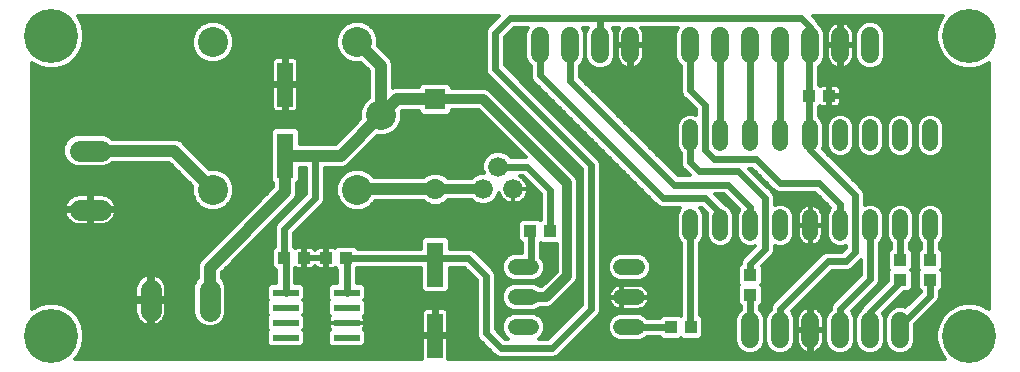
<source format=gbr>
G75*
G70*
%OFA0B0*%
%FSLAX24Y24*%
%IPPOS*%
%LPD*%
%AMOC8*
5,1,8,0,0,1.08239X$1,22.5*
%
%ADD10C,0.0520*%
%ADD11R,0.0433X0.0394*%
%ADD12C,0.0705*%
%ADD13R,0.0866X0.0236*%
%ADD14R,0.0551X0.1496*%
%ADD15C,0.0600*%
%ADD16C,0.1000*%
%ADD17C,0.0660*%
%ADD18C,0.0700*%
%ADD19R,0.0700X0.0700*%
%ADD20R,0.0394X0.0433*%
%ADD21C,0.0120*%
%ADD22C,0.0240*%
%ADD23C,0.0160*%
%ADD24C,0.0400*%
%ADD25C,0.0320*%
%ADD26C,0.1800*%
D10*
X016861Y001781D02*
X017381Y001781D01*
X017381Y002781D02*
X016861Y002781D01*
X016861Y003781D02*
X017381Y003781D01*
X020381Y003781D02*
X020901Y003781D01*
X020901Y002781D02*
X020381Y002781D01*
X020381Y001781D02*
X020901Y001781D01*
X022681Y004921D02*
X022681Y005441D01*
X023681Y005441D02*
X023681Y004921D01*
X024681Y004921D02*
X024681Y005441D01*
X025681Y005441D02*
X025681Y004921D01*
X026681Y004921D02*
X026681Y005441D01*
X027681Y005441D02*
X027681Y004921D01*
X028681Y004921D02*
X028681Y005441D01*
X029681Y005441D02*
X029681Y004921D01*
X030681Y004921D02*
X030681Y005441D01*
X030681Y007921D02*
X030681Y008441D01*
X029681Y008441D02*
X029681Y007921D01*
X028681Y007921D02*
X028681Y008441D01*
X027681Y008441D02*
X027681Y007921D01*
X026681Y007921D02*
X026681Y008441D01*
X025681Y008441D02*
X025681Y007921D01*
X024681Y007921D02*
X024681Y008441D01*
X023681Y008441D02*
X023681Y007921D01*
X022681Y007921D02*
X022681Y008441D01*
D11*
X026647Y009481D03*
X027316Y009481D03*
X029681Y004016D03*
X030681Y004016D03*
X030681Y003347D03*
X029681Y003347D03*
X024681Y003516D03*
X024681Y002847D03*
X011216Y004081D03*
X010547Y004081D03*
X009816Y004081D03*
X009147Y004081D03*
D12*
X006666Y003034D02*
X006666Y002329D01*
X004697Y002329D02*
X004697Y003034D01*
X003034Y005697D02*
X002329Y005697D01*
X002329Y007666D02*
X003034Y007666D01*
D13*
X009188Y002921D03*
X009188Y002421D03*
X009188Y001921D03*
X009188Y001421D03*
X011235Y001421D03*
X011235Y001921D03*
X011235Y002421D03*
X011235Y002921D03*
D14*
X014181Y003863D03*
X014181Y001500D03*
X009181Y007500D03*
X009181Y009863D03*
D15*
X017681Y010881D02*
X017681Y011481D01*
X018681Y011481D02*
X018681Y010881D01*
X019681Y010881D02*
X019681Y011481D01*
X020681Y011481D02*
X020681Y010881D01*
X022681Y010881D02*
X022681Y011481D01*
X023681Y011481D02*
X023681Y010881D01*
X024681Y010881D02*
X024681Y011481D01*
X025681Y011481D02*
X025681Y010881D01*
X026681Y010881D02*
X026681Y011481D01*
X027681Y011481D02*
X027681Y010881D01*
X028681Y010881D02*
X028681Y011481D01*
X028681Y001981D02*
X028681Y001381D01*
X027681Y001381D02*
X027681Y001981D01*
X026681Y001981D02*
X026681Y001381D01*
X025681Y001381D02*
X025681Y001981D01*
X024681Y001981D02*
X024681Y001381D01*
X029681Y001381D02*
X029681Y001981D01*
D16*
X012370Y008839D03*
X011583Y011280D03*
X006780Y011280D03*
X006780Y006359D03*
X011583Y006359D03*
D17*
X015781Y006381D03*
X016781Y006381D03*
X016281Y007131D03*
X020681Y005481D03*
X020681Y009781D03*
D18*
X014181Y006381D03*
D19*
X014181Y009381D03*
D20*
X017347Y004981D03*
X018016Y004981D03*
X022047Y001781D03*
X022716Y001781D03*
D21*
X002262Y000806D02*
X002177Y000721D01*
X013748Y000721D01*
X013746Y000731D01*
X013746Y001440D01*
X014121Y001440D01*
X014121Y001560D01*
X013746Y001560D01*
X013746Y002269D01*
X013757Y002310D01*
X013778Y002347D01*
X013808Y002376D01*
X013844Y002397D01*
X013885Y002408D01*
X014121Y002408D01*
X014121Y001560D01*
X014241Y001560D01*
X014241Y002408D01*
X014478Y002408D01*
X014519Y002397D01*
X014555Y002376D01*
X014585Y002347D01*
X014606Y002310D01*
X014617Y002269D01*
X014617Y001560D01*
X014242Y001560D01*
X014242Y001440D01*
X014617Y001440D01*
X014617Y000731D01*
X014614Y000721D01*
X031186Y000721D01*
X031101Y000806D01*
X030956Y001057D01*
X030881Y001337D01*
X030881Y001626D01*
X030956Y001906D01*
X031101Y002157D01*
X031306Y002362D01*
X031557Y002506D01*
X031837Y002581D01*
X032126Y002581D01*
X032406Y002506D01*
X032641Y002370D01*
X032641Y010592D01*
X032406Y010456D01*
X032126Y010381D01*
X031837Y010381D01*
X031557Y010456D01*
X031306Y010601D01*
X031101Y010806D01*
X030956Y011057D01*
X030881Y011337D01*
X030881Y011626D01*
X030956Y011906D01*
X031092Y012141D01*
X026774Y012141D01*
X026863Y012053D01*
X026863Y012053D01*
X026953Y011963D01*
X026985Y011885D01*
X027105Y011765D01*
X027181Y011581D01*
X027181Y010782D01*
X027105Y010598D01*
X026967Y010460D01*
X026967Y009858D01*
X027012Y009812D01*
X027038Y009827D01*
X027078Y009838D01*
X027278Y009838D01*
X027278Y009520D01*
X027354Y009520D01*
X027354Y009838D01*
X027554Y009838D01*
X027594Y009827D01*
X027631Y009806D01*
X027661Y009776D01*
X027682Y009740D01*
X027693Y009699D01*
X027693Y009520D01*
X027355Y009520D01*
X027355Y009443D01*
X027693Y009443D01*
X027693Y009263D01*
X027682Y009223D01*
X027661Y009186D01*
X027631Y009157D01*
X027594Y009135D01*
X027554Y009125D01*
X027354Y009125D01*
X027354Y009443D01*
X027278Y009443D01*
X027278Y009125D01*
X027078Y009125D01*
X027038Y009135D01*
X027012Y009150D01*
X026967Y009105D01*
X026967Y008807D01*
X027071Y008702D01*
X027141Y008533D01*
X027141Y007830D01*
X027096Y007720D01*
X028363Y006453D01*
X028453Y006363D01*
X028501Y006245D01*
X028501Y005865D01*
X028590Y005901D01*
X028773Y005901D01*
X028942Y005831D01*
X029071Y005702D01*
X029141Y005533D01*
X029141Y004830D01*
X029071Y004661D01*
X029001Y004591D01*
X029001Y003445D01*
X029001Y003318D01*
X028953Y003200D01*
X028061Y002309D01*
X028105Y002265D01*
X028181Y002081D01*
X028181Y001282D01*
X028105Y001098D01*
X027965Y000958D01*
X027781Y000881D01*
X027582Y000881D01*
X027398Y000958D01*
X027258Y001098D01*
X027181Y001282D01*
X027181Y002081D01*
X027258Y002265D01*
X027361Y002369D01*
X027361Y002445D01*
X027410Y002563D01*
X028361Y003514D01*
X028361Y004009D01*
X028153Y003800D01*
X028063Y003710D01*
X027945Y003661D01*
X027414Y003661D01*
X026061Y002309D01*
X026105Y002265D01*
X026181Y002081D01*
X026181Y001282D01*
X026105Y001098D01*
X025965Y000958D01*
X025781Y000881D01*
X025582Y000881D01*
X025398Y000958D01*
X025258Y001098D01*
X025181Y001282D01*
X025181Y002081D01*
X025105Y002265D01*
X025001Y002369D01*
X025001Y002471D01*
X025098Y002567D01*
X025098Y003126D01*
X025043Y003181D01*
X025098Y003236D01*
X025098Y003796D01*
X025073Y003821D01*
X025453Y004200D01*
X025501Y004318D01*
X025501Y004445D01*
X025501Y004498D01*
X025590Y004461D01*
X025773Y004461D01*
X025942Y004531D01*
X026071Y004661D01*
X026141Y004830D01*
X026141Y005533D01*
X026071Y005702D01*
X025942Y005831D01*
X025773Y005901D01*
X025590Y005901D01*
X025501Y005865D01*
X025501Y006145D01*
X025453Y006263D01*
X025363Y006353D01*
X024654Y007061D01*
X024749Y007061D01*
X025410Y006400D01*
X025500Y006310D01*
X025618Y006261D01*
X026849Y006261D01*
X027350Y005760D01*
X027291Y005702D01*
X027221Y005533D01*
X027221Y004830D01*
X027291Y004661D01*
X027421Y004531D01*
X027590Y004461D01*
X027773Y004461D01*
X027861Y004498D01*
X027861Y004414D01*
X027749Y004301D01*
X027345Y004301D01*
X027218Y004301D01*
X027100Y004253D01*
X025500Y002653D01*
X025410Y002563D01*
X025361Y002445D01*
X025361Y002369D01*
X025258Y002265D01*
X025181Y002081D01*
X025181Y001282D01*
X025105Y001098D01*
X024965Y000958D01*
X024781Y000881D01*
X024582Y000881D01*
X024398Y000958D01*
X024258Y001098D01*
X024181Y001282D01*
X024181Y002081D01*
X024258Y002265D01*
X024361Y002369D01*
X024361Y002471D01*
X024265Y002567D01*
X024265Y003126D01*
X024320Y003181D01*
X024265Y003236D01*
X024265Y003796D01*
X024361Y003892D01*
X024361Y003945D01*
X024410Y004063D01*
X024500Y004153D01*
X024834Y004487D01*
X024773Y004461D01*
X024590Y004461D01*
X024421Y004531D01*
X024291Y004661D01*
X024221Y004830D01*
X024221Y005533D01*
X024291Y005702D01*
X024300Y005710D01*
X023799Y006211D01*
X023504Y006211D01*
X023843Y005872D01*
X023942Y005831D01*
X024071Y005702D01*
X024141Y005533D01*
X024141Y004830D01*
X024071Y004661D01*
X023942Y004531D01*
X023773Y004461D01*
X023590Y004461D01*
X023421Y004531D01*
X023291Y004661D01*
X023221Y004830D01*
X023221Y005533D01*
X023238Y005572D01*
X023049Y005761D01*
X023012Y005761D01*
X023071Y005702D01*
X023141Y005533D01*
X023141Y004830D01*
X023071Y004661D01*
X023001Y004591D01*
X023001Y002192D01*
X023113Y002081D01*
X023113Y001482D01*
X022996Y001365D01*
X022436Y001365D01*
X022381Y001420D01*
X022326Y001365D01*
X021767Y001365D01*
X021671Y001461D01*
X021232Y001461D01*
X021162Y001391D01*
X020993Y001321D01*
X020290Y001321D01*
X020121Y001391D01*
X019991Y001521D01*
X019921Y001690D01*
X019921Y001873D01*
X019991Y002042D01*
X020121Y002171D01*
X020290Y002241D01*
X020993Y002241D01*
X021162Y002171D01*
X021232Y002101D01*
X021671Y002101D01*
X021767Y002198D01*
X022326Y002198D01*
X022361Y002163D01*
X022361Y004591D01*
X022291Y004661D01*
X022221Y004830D01*
X022221Y005533D01*
X022291Y005702D01*
X022351Y005761D01*
X021718Y005761D01*
X021600Y005810D01*
X021510Y005900D01*
X017410Y010000D01*
X017361Y010118D01*
X017361Y010245D01*
X017361Y010494D01*
X017258Y010598D01*
X017181Y010782D01*
X017181Y011581D01*
X017256Y011761D01*
X016814Y011761D01*
X016501Y011449D01*
X016501Y010514D01*
X019653Y007363D01*
X019701Y007245D01*
X019701Y007118D01*
X019701Y002318D01*
X019653Y002200D01*
X019563Y002110D01*
X018263Y000810D01*
X018145Y000761D01*
X018018Y000761D01*
X016318Y000761D01*
X016200Y000810D01*
X016110Y000900D01*
X015610Y001400D01*
X015561Y001518D01*
X015561Y001645D01*
X015561Y003349D01*
X015149Y003761D01*
X014657Y003761D01*
X014657Y003032D01*
X014540Y002914D01*
X013823Y002914D01*
X013706Y003032D01*
X013706Y003761D01*
X011592Y003761D01*
X011555Y003724D01*
X011555Y003239D01*
X011751Y003239D01*
X011868Y003122D01*
X011868Y002720D01*
X011819Y002671D01*
X011868Y002622D01*
X011868Y002220D01*
X011791Y002143D01*
X011796Y002138D01*
X011817Y002101D01*
X011828Y002061D01*
X011828Y001922D01*
X011235Y001922D01*
X011235Y001921D01*
X010642Y001921D01*
X010642Y001782D01*
X010653Y001742D01*
X010674Y001705D01*
X010679Y001700D01*
X010602Y001622D01*
X010602Y001220D01*
X010719Y001103D01*
X011751Y001103D01*
X011868Y001220D01*
X011868Y001622D01*
X011791Y001700D01*
X011796Y001705D01*
X011817Y001742D01*
X011828Y001782D01*
X011828Y001921D01*
X011235Y001921D01*
X011235Y001922D01*
X010642Y001922D01*
X010642Y002061D01*
X010653Y002101D01*
X010674Y002138D01*
X010679Y002143D01*
X010602Y002220D01*
X010602Y002622D01*
X010651Y002671D01*
X010602Y002720D01*
X010602Y003122D01*
X010719Y003239D01*
X010915Y003239D01*
X010915Y003686D01*
X010851Y003750D01*
X010825Y003735D01*
X010784Y003725D01*
X010585Y003725D01*
X010585Y004043D01*
X010508Y004043D01*
X010170Y004043D01*
X009855Y004043D01*
X009855Y004120D01*
X010170Y004120D01*
X010508Y004120D01*
X010508Y004043D01*
X010508Y003725D01*
X010309Y003725D01*
X010268Y003735D01*
X010232Y003757D01*
X010202Y003786D01*
X010181Y003822D01*
X010161Y003786D01*
X010131Y003757D01*
X010094Y003735D01*
X010054Y003725D01*
X009854Y003725D01*
X009854Y004043D01*
X009778Y004043D01*
X009778Y003725D01*
X009578Y003725D01*
X009538Y003735D01*
X009512Y003750D01*
X009508Y003746D01*
X009508Y003239D01*
X009704Y003239D01*
X009821Y003122D01*
X009821Y002720D01*
X009772Y002671D01*
X010650Y002671D01*
X010602Y002789D02*
X009821Y002789D01*
X009821Y002908D02*
X010602Y002908D01*
X010602Y003026D02*
X009821Y003026D01*
X009798Y003145D02*
X010625Y003145D01*
X010915Y003264D02*
X009508Y003264D01*
X009508Y003382D02*
X010915Y003382D01*
X010915Y003501D02*
X009508Y003501D01*
X009508Y003619D02*
X010915Y003619D01*
X010864Y003738D02*
X010829Y003738D01*
X010585Y003738D02*
X010508Y003738D01*
X010508Y003856D02*
X010585Y003856D01*
X010585Y003975D02*
X010508Y003975D01*
X010508Y004093D02*
X009855Y004093D01*
X009854Y004120D02*
X009778Y004120D01*
X009778Y004438D01*
X009578Y004438D01*
X009538Y004427D01*
X009512Y004412D01*
X009467Y004458D01*
X009467Y004914D01*
X010363Y005810D01*
X010453Y005900D01*
X010501Y006018D01*
X010501Y007100D01*
X011111Y007100D01*
X011258Y007161D01*
X011371Y007274D01*
X012236Y008139D01*
X012510Y008139D01*
X012767Y008245D01*
X012964Y008442D01*
X013070Y008700D01*
X013070Y008973D01*
X013079Y008981D01*
X013631Y008981D01*
X013631Y008949D01*
X013749Y008831D01*
X014614Y008831D01*
X014731Y008949D01*
X014731Y009021D01*
X015632Y009021D01*
X017202Y007451D01*
X017168Y007451D01*
X016711Y007451D01*
X016582Y007581D01*
X016387Y007661D01*
X016176Y007661D01*
X015981Y007581D01*
X015832Y007432D01*
X015751Y007237D01*
X015751Y007026D01*
X015799Y006911D01*
X015676Y006911D01*
X015481Y006831D01*
X015392Y006741D01*
X014599Y006741D01*
X014493Y006848D01*
X014291Y006931D01*
X014072Y006931D01*
X013870Y006848D01*
X013804Y006781D01*
X012150Y006781D01*
X011979Y006952D01*
X011722Y007059D01*
X011444Y007059D01*
X011186Y006952D01*
X010990Y006755D01*
X010883Y006498D01*
X010883Y006219D01*
X010990Y005962D01*
X011186Y005765D01*
X011444Y005659D01*
X011722Y005659D01*
X011979Y005765D01*
X012176Y005962D01*
X012184Y005981D01*
X013804Y005981D01*
X013870Y005915D01*
X014072Y005831D01*
X014291Y005831D01*
X014493Y005915D01*
X014599Y006021D01*
X015392Y006021D01*
X015481Y005932D01*
X015676Y005851D01*
X015887Y005851D01*
X016082Y005932D01*
X016231Y006081D01*
X016305Y006261D01*
X016327Y006193D01*
X016362Y006125D01*
X016408Y006062D01*
X016462Y006008D01*
X016525Y005962D01*
X016593Y005927D01*
X016667Y005903D01*
X016743Y005891D01*
X016781Y005891D01*
X016781Y006381D01*
X016782Y006381D01*
X016782Y006382D01*
X017271Y006382D01*
X017271Y006420D01*
X017259Y006496D01*
X017235Y006569D01*
X017200Y006638D01*
X017155Y006701D01*
X017101Y006755D01*
X017038Y006800D01*
X017017Y006811D01*
X017099Y006811D01*
X017696Y006214D01*
X017696Y005358D01*
X017681Y005343D01*
X017626Y005398D01*
X017067Y005398D01*
X016950Y005281D01*
X016950Y004682D01*
X017061Y004571D01*
X017061Y004241D01*
X016770Y004241D01*
X016601Y004171D01*
X016471Y004042D01*
X016401Y003873D01*
X016401Y003690D01*
X016471Y003521D01*
X016601Y003391D01*
X016770Y003321D01*
X017473Y003321D01*
X017642Y003391D01*
X017771Y003521D01*
X017841Y003690D01*
X017841Y003873D01*
X017771Y004042D01*
X017701Y004112D01*
X017701Y004600D01*
X017736Y004565D01*
X018221Y004565D01*
X018221Y003631D01*
X017732Y003141D01*
X017672Y003141D01*
X017642Y003171D01*
X017473Y003241D01*
X016770Y003241D01*
X016601Y003171D01*
X016471Y003042D01*
X016401Y002873D01*
X016401Y002690D01*
X016471Y002521D01*
X016601Y002391D01*
X016770Y002321D01*
X017473Y002321D01*
X017642Y002391D01*
X017672Y002421D01*
X017953Y002421D01*
X018085Y002476D01*
X018187Y002577D01*
X018887Y003277D01*
X018941Y003410D01*
X018941Y003553D01*
X018941Y006653D01*
X018887Y006785D01*
X018785Y006887D01*
X015985Y009687D01*
X015853Y009741D01*
X015710Y009741D01*
X014731Y009741D01*
X014731Y009814D01*
X014614Y009931D01*
X013749Y009931D01*
X013631Y009814D01*
X013631Y009781D01*
X012833Y009781D01*
X012770Y009755D01*
X012770Y010572D01*
X012709Y010719D01*
X012597Y010831D01*
X012283Y011146D01*
X012283Y011419D01*
X012176Y011676D01*
X011979Y011873D01*
X011722Y011980D01*
X011444Y011980D01*
X011186Y011873D01*
X010990Y011676D01*
X010883Y011419D01*
X010883Y011141D01*
X010990Y010883D01*
X011186Y010686D01*
X011444Y010580D01*
X011717Y010580D01*
X011970Y010327D01*
X011970Y009429D01*
X011777Y009235D01*
X011670Y008978D01*
X011670Y008705D01*
X010866Y007900D01*
X010202Y007900D01*
X009657Y007900D01*
X009657Y008331D01*
X009540Y008448D01*
X008823Y008448D01*
X008706Y008331D01*
X008706Y006669D01*
X008781Y006594D01*
X008781Y006447D01*
X006327Y003992D01*
X006266Y003845D01*
X006266Y003686D01*
X006266Y003415D01*
X006197Y003347D01*
X006113Y003144D01*
X006113Y002219D01*
X006197Y002016D01*
X006353Y001860D01*
X006556Y001776D01*
X006776Y001776D01*
X006979Y001860D01*
X007134Y002016D01*
X007218Y002219D01*
X007218Y003144D01*
X007134Y003347D01*
X007066Y003415D01*
X007066Y003600D01*
X009408Y005942D01*
X009520Y006055D01*
X009581Y006202D01*
X009581Y006594D01*
X009657Y006669D01*
X009657Y007100D01*
X009861Y007100D01*
X009861Y006214D01*
X008875Y005228D01*
X008827Y005110D01*
X008827Y004983D01*
X008827Y004458D01*
X008730Y004361D01*
X008730Y003802D01*
X008847Y003685D01*
X008868Y003685D01*
X008868Y003239D01*
X008672Y003239D01*
X008555Y003122D01*
X008555Y002720D01*
X008604Y002671D01*
X008555Y002622D01*
X008555Y002220D01*
X008604Y002171D01*
X008555Y002122D01*
X008555Y001720D01*
X008604Y001671D01*
X008555Y001622D01*
X008555Y001220D01*
X008672Y001103D01*
X009704Y001103D01*
X009821Y001220D01*
X009821Y001622D01*
X009772Y001671D01*
X009821Y001720D01*
X009821Y002122D01*
X009772Y002171D01*
X009821Y002220D01*
X009821Y002622D01*
X009772Y002671D01*
X009821Y002552D02*
X010602Y002552D01*
X010602Y002434D02*
X009821Y002434D01*
X009821Y002315D02*
X010602Y002315D01*
X010626Y002197D02*
X009797Y002197D01*
X009821Y002078D02*
X010647Y002078D01*
X010642Y001960D02*
X009821Y001960D01*
X009821Y001841D02*
X010642Y001841D01*
X010664Y001722D02*
X009821Y001722D01*
X009821Y001604D02*
X010602Y001604D01*
X010602Y001485D02*
X009821Y001485D01*
X009821Y001367D02*
X010602Y001367D01*
X010602Y001248D02*
X009821Y001248D01*
X009730Y001130D02*
X010693Y001130D01*
X011777Y001130D02*
X013746Y001130D01*
X013746Y001248D02*
X011868Y001248D01*
X011868Y001367D02*
X013746Y001367D01*
X014121Y001485D02*
X011868Y001485D01*
X011868Y001604D02*
X013746Y001604D01*
X013746Y001722D02*
X011806Y001722D01*
X011828Y001841D02*
X013746Y001841D01*
X013746Y001960D02*
X011828Y001960D01*
X011823Y002078D02*
X013746Y002078D01*
X013746Y002197D02*
X011844Y002197D01*
X011868Y002315D02*
X013760Y002315D01*
X014121Y002315D02*
X014241Y002315D01*
X014241Y002197D02*
X014121Y002197D01*
X014121Y002078D02*
X014241Y002078D01*
X014241Y001960D02*
X014121Y001960D01*
X014121Y001841D02*
X014241Y001841D01*
X014241Y001722D02*
X014121Y001722D01*
X014121Y001604D02*
X014241Y001604D01*
X014242Y001485D02*
X015575Y001485D01*
X015561Y001604D02*
X014617Y001604D01*
X014617Y001722D02*
X015561Y001722D01*
X015561Y001841D02*
X014617Y001841D01*
X014617Y001960D02*
X015561Y001960D01*
X015561Y002078D02*
X014617Y002078D01*
X014617Y002197D02*
X015561Y002197D01*
X015561Y002315D02*
X014603Y002315D01*
X015561Y002434D02*
X011868Y002434D01*
X011868Y002552D02*
X015561Y002552D01*
X015561Y002671D02*
X011820Y002671D01*
X011868Y002789D02*
X015561Y002789D01*
X015561Y002908D02*
X011868Y002908D01*
X011868Y003026D02*
X013711Y003026D01*
X013706Y003145D02*
X011845Y003145D01*
X011555Y003264D02*
X013706Y003264D01*
X013706Y003382D02*
X011555Y003382D01*
X011555Y003501D02*
X013706Y003501D01*
X013706Y003619D02*
X011555Y003619D01*
X011569Y003738D02*
X013706Y003738D01*
X014657Y003738D02*
X015173Y003738D01*
X015291Y003619D02*
X014657Y003619D01*
X014657Y003501D02*
X015410Y003501D01*
X015528Y003382D02*
X014657Y003382D01*
X014657Y003264D02*
X015561Y003264D01*
X015561Y003145D02*
X014657Y003145D01*
X014652Y003026D02*
X015561Y003026D01*
X016201Y003026D02*
X016465Y003026D01*
X016416Y002908D02*
X016201Y002908D01*
X016201Y002789D02*
X016401Y002789D01*
X016409Y002671D02*
X016201Y002671D01*
X016201Y002552D02*
X016458Y002552D01*
X016559Y002434D02*
X016201Y002434D01*
X016201Y002315D02*
X018863Y002315D01*
X018981Y002434D02*
X017983Y002434D01*
X018161Y002552D02*
X019061Y002552D01*
X019061Y002514D02*
X017949Y001401D01*
X017652Y001401D01*
X017771Y001521D01*
X017841Y001690D01*
X017841Y001873D01*
X017771Y002042D01*
X017642Y002171D01*
X017473Y002241D01*
X016770Y002241D01*
X016601Y002171D01*
X016471Y002042D01*
X016401Y001873D01*
X016401Y001690D01*
X016471Y001521D01*
X016591Y001401D01*
X016514Y001401D01*
X016201Y001714D01*
X016201Y003545D01*
X016153Y003663D01*
X016063Y003753D01*
X015463Y004353D01*
X015345Y004401D01*
X015218Y004401D01*
X014657Y004401D01*
X014657Y004693D01*
X014540Y004811D01*
X013823Y004811D01*
X013706Y004693D01*
X013706Y004401D01*
X011592Y004401D01*
X011515Y004478D01*
X010917Y004478D01*
X010851Y004412D01*
X010825Y004427D01*
X010784Y004438D01*
X010585Y004438D01*
X010585Y004120D01*
X010508Y004120D01*
X010508Y004438D01*
X010309Y004438D01*
X010268Y004427D01*
X010232Y004406D01*
X010202Y004376D01*
X010181Y004340D01*
X010161Y004376D01*
X010131Y004406D01*
X010094Y004427D01*
X010054Y004438D01*
X009854Y004438D01*
X009854Y004120D01*
X009854Y004212D02*
X009778Y004212D01*
X009778Y004330D02*
X009854Y004330D01*
X009475Y004449D02*
X010887Y004449D01*
X010585Y004330D02*
X010508Y004330D01*
X010508Y004212D02*
X010585Y004212D01*
X009854Y003975D02*
X009778Y003975D01*
X009778Y003856D02*
X009854Y003856D01*
X009854Y003738D02*
X009778Y003738D01*
X009534Y003738D02*
X009508Y003738D01*
X010098Y003738D02*
X010265Y003738D01*
X008868Y003619D02*
X007085Y003619D01*
X007066Y003501D02*
X008868Y003501D01*
X008868Y003382D02*
X007099Y003382D01*
X007169Y003264D02*
X008868Y003264D01*
X008577Y003145D02*
X007218Y003145D01*
X007218Y003026D02*
X008555Y003026D01*
X008555Y002908D02*
X007218Y002908D01*
X007218Y002789D02*
X008555Y002789D01*
X008603Y002671D02*
X007218Y002671D01*
X007218Y002552D02*
X008555Y002552D01*
X008555Y002434D02*
X007218Y002434D01*
X007218Y002315D02*
X008555Y002315D01*
X008579Y002197D02*
X007209Y002197D01*
X007160Y002078D02*
X008555Y002078D01*
X008555Y001960D02*
X007078Y001960D01*
X006932Y001841D02*
X008555Y001841D01*
X008555Y001722D02*
X002456Y001722D01*
X002481Y001626D02*
X002406Y001906D01*
X002262Y002157D01*
X002057Y002362D01*
X001806Y002506D01*
X001526Y002581D01*
X001237Y002581D01*
X000957Y002506D01*
X000721Y002370D01*
X000721Y010592D01*
X000957Y010456D01*
X001237Y010381D01*
X001526Y010381D01*
X001806Y010456D01*
X002057Y010601D01*
X002262Y010806D01*
X002406Y011057D01*
X002481Y011337D01*
X002481Y011626D01*
X002406Y011906D01*
X002270Y012141D01*
X016289Y012141D01*
X015910Y011763D01*
X015861Y011645D01*
X015861Y011518D01*
X015861Y010318D01*
X015910Y010200D01*
X016000Y010110D01*
X019061Y007049D01*
X019061Y002514D01*
X019061Y002671D02*
X018280Y002671D01*
X018398Y002789D02*
X019061Y002789D01*
X019061Y002908D02*
X018517Y002908D01*
X018636Y003026D02*
X019061Y003026D01*
X019061Y003145D02*
X018754Y003145D01*
X018873Y003264D02*
X019061Y003264D01*
X019061Y003382D02*
X018930Y003382D01*
X018941Y003501D02*
X019061Y003501D01*
X019061Y003619D02*
X018941Y003619D01*
X018941Y003738D02*
X019061Y003738D01*
X019061Y003856D02*
X018941Y003856D01*
X018941Y003975D02*
X019061Y003975D01*
X019061Y004093D02*
X018941Y004093D01*
X018941Y004212D02*
X019061Y004212D01*
X019061Y004330D02*
X018941Y004330D01*
X018941Y004449D02*
X019061Y004449D01*
X019061Y004568D02*
X018941Y004568D01*
X018941Y004686D02*
X019061Y004686D01*
X019061Y004805D02*
X018941Y004805D01*
X018941Y004923D02*
X019061Y004923D01*
X019061Y005042D02*
X018941Y005042D01*
X018941Y005160D02*
X019061Y005160D01*
X019061Y005279D02*
X018941Y005279D01*
X018941Y005397D02*
X019061Y005397D01*
X019061Y005516D02*
X018941Y005516D01*
X018941Y005634D02*
X019061Y005634D01*
X019061Y005753D02*
X018941Y005753D01*
X018941Y005871D02*
X019061Y005871D01*
X019061Y005990D02*
X018941Y005990D01*
X018941Y006109D02*
X019061Y006109D01*
X019061Y006227D02*
X018941Y006227D01*
X018941Y006346D02*
X019061Y006346D01*
X019061Y006464D02*
X018941Y006464D01*
X018941Y006583D02*
X019061Y006583D01*
X019061Y006701D02*
X018921Y006701D01*
X018852Y006820D02*
X019061Y006820D01*
X019061Y006938D02*
X018734Y006938D01*
X018785Y006887D02*
X018785Y006887D01*
X018615Y007057D02*
X019053Y007057D01*
X018935Y007175D02*
X018496Y007175D01*
X018378Y007294D02*
X018816Y007294D01*
X018698Y007413D02*
X018259Y007413D01*
X018141Y007531D02*
X018579Y007531D01*
X018461Y007650D02*
X018022Y007650D01*
X017904Y007768D02*
X018342Y007768D01*
X018224Y007887D02*
X017785Y007887D01*
X017667Y008005D02*
X018105Y008005D01*
X017986Y008124D02*
X017548Y008124D01*
X017430Y008242D02*
X017868Y008242D01*
X017749Y008361D02*
X017311Y008361D01*
X017192Y008479D02*
X017631Y008479D01*
X017512Y008598D02*
X017074Y008598D01*
X016955Y008717D02*
X017394Y008717D01*
X017275Y008835D02*
X016837Y008835D01*
X016718Y008954D02*
X017157Y008954D01*
X017038Y009072D02*
X016600Y009072D01*
X016481Y009191D02*
X016920Y009191D01*
X016801Y009309D02*
X016363Y009309D01*
X016244Y009428D02*
X016682Y009428D01*
X016564Y009546D02*
X016126Y009546D01*
X016007Y009665D02*
X016445Y009665D01*
X016327Y009783D02*
X014731Y009783D01*
X014644Y009902D02*
X016208Y009902D01*
X016090Y010021D02*
X012770Y010021D01*
X012770Y010139D02*
X015971Y010139D01*
X015886Y010258D02*
X012770Y010258D01*
X012770Y010376D02*
X015861Y010376D01*
X015861Y010495D02*
X012770Y010495D01*
X012753Y010613D02*
X015861Y010613D01*
X015861Y010732D02*
X012697Y010732D01*
X012578Y010850D02*
X015861Y010850D01*
X015861Y010969D02*
X012460Y010969D01*
X012341Y011087D02*
X015861Y011087D01*
X015861Y011206D02*
X012283Y011206D01*
X012283Y011324D02*
X015861Y011324D01*
X015861Y011443D02*
X012273Y011443D01*
X012224Y011562D02*
X015861Y011562D01*
X015876Y011680D02*
X012173Y011680D01*
X012054Y011799D02*
X015946Y011799D01*
X016065Y011917D02*
X011873Y011917D01*
X011293Y011917D02*
X007070Y011917D01*
X007176Y011873D02*
X006919Y011980D01*
X006641Y011980D01*
X006383Y011873D01*
X006186Y011676D01*
X006080Y011419D01*
X006080Y011141D01*
X006186Y010883D01*
X006383Y010686D01*
X006641Y010580D01*
X006919Y010580D01*
X007176Y010686D01*
X007373Y010883D01*
X007480Y011141D01*
X007480Y011419D01*
X007373Y011676D01*
X007176Y011873D01*
X007251Y011799D02*
X011112Y011799D01*
X010993Y011680D02*
X007369Y011680D01*
X007421Y011562D02*
X010942Y011562D01*
X010893Y011443D02*
X007470Y011443D01*
X007480Y011324D02*
X010883Y011324D01*
X010883Y011206D02*
X007480Y011206D01*
X007458Y011087D02*
X010905Y011087D01*
X010954Y010969D02*
X007409Y010969D01*
X007340Y010850D02*
X011023Y010850D01*
X011141Y010732D02*
X009562Y010732D01*
X009555Y010739D02*
X009519Y010760D01*
X009478Y010771D01*
X009241Y010771D01*
X009241Y009923D01*
X009121Y009923D01*
X009121Y010771D01*
X008885Y010771D01*
X008844Y010760D01*
X008808Y010739D01*
X008778Y010709D01*
X008757Y010672D01*
X008746Y010632D01*
X008746Y009922D01*
X009121Y009922D01*
X009121Y009803D01*
X008746Y009803D01*
X008746Y009093D01*
X008757Y009053D01*
X008778Y009016D01*
X008808Y008986D01*
X008844Y008965D01*
X008885Y008954D01*
X009121Y008954D01*
X009121Y009802D01*
X009241Y009802D01*
X009241Y008954D01*
X009478Y008954D01*
X009519Y008965D01*
X009555Y008986D01*
X009585Y009016D01*
X009606Y009053D01*
X009617Y009093D01*
X009617Y009803D01*
X009242Y009803D01*
X009242Y009922D01*
X009617Y009922D01*
X009617Y010632D01*
X009606Y010672D01*
X009585Y010709D01*
X009555Y010739D01*
X009617Y010613D02*
X011363Y010613D01*
X011802Y010495D02*
X009617Y010495D01*
X009617Y010376D02*
X011921Y010376D01*
X011970Y010258D02*
X009617Y010258D01*
X009617Y010139D02*
X011970Y010139D01*
X011970Y010021D02*
X009617Y010021D01*
X009241Y010021D02*
X009121Y010021D01*
X009121Y010139D02*
X009241Y010139D01*
X009241Y010258D02*
X009121Y010258D01*
X009121Y010376D02*
X009241Y010376D01*
X009241Y010495D02*
X009121Y010495D01*
X009121Y010613D02*
X009241Y010613D01*
X009241Y010732D02*
X009121Y010732D01*
X008801Y010732D02*
X007222Y010732D01*
X007000Y010613D02*
X008746Y010613D01*
X008746Y010495D02*
X001872Y010495D01*
X002069Y010613D02*
X006560Y010613D01*
X006338Y010732D02*
X002187Y010732D01*
X002287Y010850D02*
X006219Y010850D01*
X006151Y010969D02*
X002356Y010969D01*
X002415Y011087D02*
X006102Y011087D01*
X006080Y011206D02*
X002446Y011206D01*
X002478Y011324D02*
X006080Y011324D01*
X006090Y011443D02*
X002481Y011443D01*
X002481Y011562D02*
X006139Y011562D01*
X006190Y011680D02*
X002467Y011680D01*
X002435Y011799D02*
X006309Y011799D01*
X006489Y011917D02*
X002400Y011917D01*
X002331Y012036D02*
X016183Y012036D01*
X016733Y011680D02*
X017223Y011680D01*
X017181Y011562D02*
X016614Y011562D01*
X016501Y011443D02*
X017181Y011443D01*
X017181Y011324D02*
X016501Y011324D01*
X016501Y011206D02*
X017181Y011206D01*
X017181Y011087D02*
X016501Y011087D01*
X016501Y010969D02*
X017181Y010969D01*
X017181Y010850D02*
X016501Y010850D01*
X016501Y010732D02*
X017202Y010732D01*
X017251Y010613D02*
X016501Y010613D01*
X016521Y010495D02*
X017361Y010495D01*
X017361Y010376D02*
X016639Y010376D01*
X016758Y010258D02*
X017361Y010258D01*
X017361Y010139D02*
X016876Y010139D01*
X016995Y010021D02*
X017402Y010021D01*
X017508Y009902D02*
X017113Y009902D01*
X017232Y009783D02*
X017627Y009783D01*
X017745Y009665D02*
X017350Y009665D01*
X017469Y009546D02*
X017864Y009546D01*
X017982Y009428D02*
X017588Y009428D01*
X017706Y009309D02*
X018101Y009309D01*
X018220Y009191D02*
X017825Y009191D01*
X017943Y009072D02*
X018338Y009072D01*
X018457Y008954D02*
X018062Y008954D01*
X018180Y008835D02*
X018575Y008835D01*
X018694Y008717D02*
X018299Y008717D01*
X018417Y008598D02*
X018812Y008598D01*
X018931Y008479D02*
X018536Y008479D01*
X018654Y008361D02*
X019049Y008361D01*
X019168Y008242D02*
X018773Y008242D01*
X018892Y008124D02*
X019286Y008124D01*
X019405Y008005D02*
X019010Y008005D01*
X019129Y007887D02*
X019524Y007887D01*
X019642Y007768D02*
X019247Y007768D01*
X019366Y007650D02*
X019761Y007650D01*
X019879Y007531D02*
X019484Y007531D01*
X019603Y007413D02*
X019998Y007413D01*
X020116Y007294D02*
X019681Y007294D01*
X019701Y007175D02*
X020235Y007175D01*
X020353Y007057D02*
X019701Y007057D01*
X019701Y006938D02*
X020472Y006938D01*
X020590Y006820D02*
X019701Y006820D01*
X019701Y006701D02*
X020709Y006701D01*
X020827Y006583D02*
X019701Y006583D01*
X019701Y006464D02*
X020946Y006464D01*
X021065Y006346D02*
X019701Y006346D01*
X019701Y006227D02*
X021183Y006227D01*
X021302Y006109D02*
X019701Y006109D01*
X019701Y005990D02*
X021420Y005990D01*
X021539Y005871D02*
X019701Y005871D01*
X019701Y005753D02*
X022342Y005753D01*
X022264Y005634D02*
X019701Y005634D01*
X019701Y005516D02*
X022221Y005516D01*
X022221Y005397D02*
X019701Y005397D01*
X019701Y005279D02*
X022221Y005279D01*
X022221Y005160D02*
X019701Y005160D01*
X019701Y005042D02*
X022221Y005042D01*
X022221Y004923D02*
X019701Y004923D01*
X019701Y004805D02*
X022232Y004805D01*
X022281Y004686D02*
X019701Y004686D01*
X019701Y004568D02*
X022361Y004568D01*
X022361Y004449D02*
X019701Y004449D01*
X019701Y004330D02*
X022361Y004330D01*
X022361Y004212D02*
X021064Y004212D01*
X020993Y004241D02*
X021162Y004171D01*
X021291Y004042D01*
X021361Y003873D01*
X021361Y003690D01*
X021291Y003521D01*
X021162Y003391D01*
X020993Y003321D01*
X020290Y003321D01*
X020121Y003391D01*
X019991Y003521D01*
X019921Y003690D01*
X019921Y003873D01*
X019991Y004042D01*
X020121Y004171D01*
X020290Y004241D01*
X020993Y004241D01*
X021240Y004093D02*
X022361Y004093D01*
X022361Y003975D02*
X021319Y003975D01*
X021361Y003856D02*
X022361Y003856D01*
X022361Y003738D02*
X021361Y003738D01*
X021332Y003619D02*
X022361Y003619D01*
X022361Y003501D02*
X021271Y003501D01*
X021139Y003382D02*
X022361Y003382D01*
X022361Y003264D02*
X019701Y003264D01*
X019701Y003382D02*
X020143Y003382D01*
X020012Y003501D02*
X019701Y003501D01*
X019701Y003619D02*
X019951Y003619D01*
X019921Y003738D02*
X019701Y003738D01*
X019701Y003856D02*
X019921Y003856D01*
X019964Y003975D02*
X019701Y003975D01*
X019701Y004093D02*
X020043Y004093D01*
X020219Y004212D02*
X019701Y004212D01*
X018221Y004212D02*
X017701Y004212D01*
X017701Y004330D02*
X018221Y004330D01*
X018221Y004449D02*
X017701Y004449D01*
X017701Y004568D02*
X017734Y004568D01*
X017061Y004568D02*
X014657Y004568D01*
X014657Y004686D02*
X016950Y004686D01*
X016950Y004805D02*
X014546Y004805D01*
X013817Y004805D02*
X009467Y004805D01*
X009476Y004923D02*
X016950Y004923D01*
X016950Y005042D02*
X009594Y005042D01*
X009713Y005160D02*
X016950Y005160D01*
X016950Y005279D02*
X009831Y005279D01*
X009950Y005397D02*
X017066Y005397D01*
X017627Y005397D02*
X017696Y005397D01*
X017696Y005516D02*
X010068Y005516D01*
X010187Y005634D02*
X017696Y005634D01*
X017696Y005753D02*
X011950Y005753D01*
X012086Y005871D02*
X013975Y005871D01*
X014388Y005871D02*
X015627Y005871D01*
X015423Y005990D02*
X014568Y005990D01*
X015935Y005871D02*
X017696Y005871D01*
X017696Y005990D02*
X017076Y005990D01*
X017101Y006008D02*
X017155Y006062D01*
X017200Y006125D01*
X017235Y006193D01*
X017259Y006267D01*
X017271Y006343D01*
X017271Y006381D01*
X016782Y006381D01*
X016782Y005891D01*
X016820Y005891D01*
X016896Y005903D01*
X016969Y005927D01*
X017038Y005962D01*
X017101Y006008D01*
X017189Y006109D02*
X017696Y006109D01*
X017683Y006227D02*
X017246Y006227D01*
X017271Y006346D02*
X017565Y006346D01*
X017446Y006464D02*
X017264Y006464D01*
X017229Y006583D02*
X017327Y006583D01*
X017209Y006701D02*
X017154Y006701D01*
X016781Y006346D02*
X016782Y006346D01*
X016781Y006227D02*
X016782Y006227D01*
X016781Y006109D02*
X016782Y006109D01*
X016781Y005990D02*
X016782Y005990D01*
X016486Y005990D02*
X016140Y005990D01*
X016242Y006109D02*
X016374Y006109D01*
X016316Y006227D02*
X016291Y006227D01*
X015470Y006820D02*
X014521Y006820D01*
X013842Y006820D02*
X012112Y006820D01*
X011993Y006938D02*
X015788Y006938D01*
X015751Y007057D02*
X011726Y007057D01*
X011440Y007057D02*
X010501Y007057D01*
X010501Y006938D02*
X011173Y006938D01*
X011054Y006820D02*
X010501Y006820D01*
X010501Y006701D02*
X010967Y006701D01*
X010918Y006583D02*
X010501Y006583D01*
X010501Y006464D02*
X010883Y006464D01*
X010883Y006346D02*
X010501Y006346D01*
X010501Y006227D02*
X010883Y006227D01*
X010929Y006109D02*
X010501Y006109D01*
X010490Y005990D02*
X010978Y005990D01*
X011080Y005871D02*
X010424Y005871D01*
X010306Y005753D02*
X011216Y005753D01*
X009861Y006227D02*
X009581Y006227D01*
X009581Y006346D02*
X009861Y006346D01*
X009861Y006464D02*
X009581Y006464D01*
X009581Y006583D02*
X009861Y006583D01*
X009861Y006701D02*
X009657Y006701D01*
X009657Y006820D02*
X009861Y006820D01*
X009861Y006938D02*
X009657Y006938D01*
X009657Y007057D02*
X009861Y007057D01*
X008706Y007057D02*
X006923Y007057D01*
X006919Y007059D02*
X006646Y007059D01*
X005699Y008005D01*
X005552Y008066D01*
X005393Y008066D01*
X003415Y008066D01*
X003347Y008134D01*
X003144Y008218D01*
X002219Y008218D01*
X002016Y008134D01*
X001860Y007979D01*
X001776Y007776D01*
X001776Y007556D01*
X001860Y007353D01*
X002016Y007197D01*
X002219Y007113D01*
X003144Y007113D01*
X003347Y007197D01*
X003415Y007266D01*
X005307Y007266D01*
X006080Y006493D01*
X006080Y006219D01*
X006186Y005962D01*
X006383Y005765D01*
X006641Y005659D01*
X006919Y005659D01*
X007176Y005765D01*
X007373Y005962D01*
X007480Y006219D01*
X007480Y006498D01*
X007373Y006755D01*
X007176Y006952D01*
X006919Y007059D01*
X007190Y006938D02*
X008706Y006938D01*
X008706Y006820D02*
X007308Y006820D01*
X007396Y006701D02*
X008706Y006701D01*
X008781Y006583D02*
X007445Y006583D01*
X007480Y006464D02*
X008781Y006464D01*
X008680Y006346D02*
X007480Y006346D01*
X007480Y006227D02*
X008561Y006227D01*
X008443Y006109D02*
X007434Y006109D01*
X007385Y005990D02*
X008324Y005990D01*
X008206Y005871D02*
X007283Y005871D01*
X007147Y005753D02*
X008087Y005753D01*
X007969Y005634D02*
X003543Y005634D01*
X003544Y005640D02*
X002739Y005640D01*
X002739Y005755D01*
X002624Y005755D01*
X002624Y006210D01*
X002289Y006210D01*
X002209Y006197D01*
X002132Y006172D01*
X002060Y006135D01*
X001995Y006088D01*
X001938Y006031D01*
X001891Y005966D01*
X001854Y005894D01*
X001829Y005817D01*
X001819Y005755D01*
X002624Y005755D01*
X002624Y005640D01*
X001819Y005640D01*
X001829Y005577D01*
X001854Y005500D01*
X001891Y005429D01*
X001938Y005363D01*
X001995Y005306D01*
X002060Y005259D01*
X002132Y005222D01*
X002209Y005197D01*
X002289Y005185D01*
X002624Y005185D01*
X002624Y005639D01*
X002739Y005639D01*
X002739Y005185D01*
X003074Y005185D01*
X003154Y005197D01*
X003231Y005222D01*
X003303Y005259D01*
X003368Y005306D01*
X003425Y005363D01*
X003472Y005429D01*
X003509Y005500D01*
X003534Y005577D01*
X003544Y005640D01*
X003544Y005755D02*
X003534Y005817D01*
X003509Y005894D01*
X003472Y005966D01*
X003425Y006031D01*
X003368Y006088D01*
X003303Y006135D01*
X003231Y006172D01*
X003154Y006197D01*
X003074Y006210D01*
X002739Y006210D01*
X002739Y005755D01*
X003544Y005755D01*
X003516Y005871D02*
X006277Y005871D01*
X006175Y005990D02*
X003455Y005990D01*
X003340Y006109D02*
X006126Y006109D01*
X006080Y006227D02*
X000721Y006227D01*
X000721Y006109D02*
X002023Y006109D01*
X001908Y005990D02*
X000721Y005990D01*
X000721Y005871D02*
X001847Y005871D01*
X001820Y005634D02*
X000721Y005634D01*
X000721Y005516D02*
X001849Y005516D01*
X001913Y005397D02*
X000721Y005397D01*
X000721Y005279D02*
X002033Y005279D01*
X002624Y005279D02*
X002739Y005279D01*
X002739Y005397D02*
X002624Y005397D01*
X002624Y005516D02*
X002739Y005516D01*
X002739Y005634D02*
X002624Y005634D01*
X002624Y005753D02*
X000721Y005753D01*
X000721Y006346D02*
X006080Y006346D01*
X006080Y006464D02*
X000721Y006464D01*
X000721Y006583D02*
X005990Y006583D01*
X005871Y006701D02*
X000721Y006701D01*
X000721Y006820D02*
X005753Y006820D01*
X005634Y006938D02*
X000721Y006938D01*
X000721Y007057D02*
X005516Y007057D01*
X005397Y007175D02*
X003294Y007175D01*
X002068Y007175D02*
X000721Y007175D01*
X000721Y007294D02*
X001919Y007294D01*
X001836Y007413D02*
X000721Y007413D01*
X000721Y007531D02*
X001787Y007531D01*
X001776Y007650D02*
X000721Y007650D01*
X000721Y007768D02*
X001776Y007768D01*
X001822Y007887D02*
X000721Y007887D01*
X000721Y008005D02*
X001887Y008005D01*
X002006Y008124D02*
X000721Y008124D01*
X000721Y008242D02*
X008706Y008242D01*
X008706Y008124D02*
X003357Y008124D01*
X005698Y008005D02*
X008706Y008005D01*
X008706Y007887D02*
X005817Y007887D01*
X005936Y007768D02*
X008706Y007768D01*
X008706Y007650D02*
X006054Y007650D01*
X006173Y007531D02*
X008706Y007531D01*
X008706Y007413D02*
X006291Y007413D01*
X006410Y007294D02*
X008706Y007294D01*
X008706Y007175D02*
X006529Y007175D01*
X008736Y008361D02*
X000721Y008361D01*
X000721Y008479D02*
X011445Y008479D01*
X011327Y008361D02*
X009627Y008361D01*
X009657Y008242D02*
X011208Y008242D01*
X011090Y008124D02*
X009657Y008124D01*
X009657Y008005D02*
X010971Y008005D01*
X011628Y007531D02*
X015932Y007531D01*
X015824Y007413D02*
X011510Y007413D01*
X011391Y007294D02*
X015775Y007294D01*
X015751Y007175D02*
X011273Y007175D01*
X011747Y007650D02*
X016148Y007650D01*
X016415Y007650D02*
X017004Y007650D01*
X016886Y007768D02*
X011865Y007768D01*
X011984Y007887D02*
X016767Y007887D01*
X016648Y008005D02*
X012102Y008005D01*
X012221Y008124D02*
X016530Y008124D01*
X016411Y008242D02*
X012759Y008242D01*
X012882Y008361D02*
X016293Y008361D01*
X016174Y008479D02*
X012979Y008479D01*
X013028Y008598D02*
X016056Y008598D01*
X015937Y008717D02*
X013070Y008717D01*
X013070Y008835D02*
X013745Y008835D01*
X013631Y008954D02*
X013070Y008954D01*
X011969Y009428D02*
X009617Y009428D01*
X009617Y009546D02*
X011970Y009546D01*
X011970Y009665D02*
X009617Y009665D01*
X009617Y009783D02*
X011970Y009783D01*
X011970Y009902D02*
X009242Y009902D01*
X009241Y009783D02*
X009121Y009783D01*
X009121Y009665D02*
X009241Y009665D01*
X009241Y009546D02*
X009121Y009546D01*
X009121Y009428D02*
X009241Y009428D01*
X009241Y009309D02*
X009121Y009309D01*
X009121Y009191D02*
X009241Y009191D01*
X009241Y009072D02*
X009121Y009072D01*
X008751Y009072D02*
X000721Y009072D01*
X000721Y008954D02*
X011670Y008954D01*
X011670Y008835D02*
X000721Y008835D01*
X000721Y008717D02*
X011670Y008717D01*
X011564Y008598D02*
X000721Y008598D01*
X000721Y009191D02*
X008746Y009191D01*
X008746Y009309D02*
X000721Y009309D01*
X000721Y009428D02*
X008746Y009428D01*
X008746Y009546D02*
X000721Y009546D01*
X000721Y009665D02*
X008746Y009665D01*
X008746Y009783D02*
X000721Y009783D01*
X000721Y009902D02*
X009121Y009902D01*
X008746Y010021D02*
X000721Y010021D01*
X000721Y010139D02*
X008746Y010139D01*
X008746Y010258D02*
X000721Y010258D01*
X000721Y010376D02*
X008746Y010376D01*
X009617Y009309D02*
X011851Y009309D01*
X011758Y009191D02*
X009617Y009191D01*
X009611Y009072D02*
X011709Y009072D01*
X012770Y009783D02*
X013631Y009783D01*
X013719Y009902D02*
X012770Y009902D01*
X014731Y008954D02*
X015700Y008954D01*
X015819Y008835D02*
X014618Y008835D01*
X016631Y007531D02*
X017123Y007531D01*
X020280Y008835D02*
X022430Y008835D01*
X022421Y008831D02*
X022291Y008702D01*
X022221Y008533D01*
X022221Y007830D01*
X022291Y007661D01*
X022361Y007591D01*
X022361Y007345D01*
X022361Y007218D01*
X022410Y007100D01*
X022659Y006851D01*
X022264Y006851D01*
X019001Y010114D01*
X019001Y010494D01*
X019105Y010598D01*
X019181Y010782D01*
X019181Y011581D01*
X019107Y011761D01*
X019256Y011761D01*
X019181Y011581D01*
X019181Y010782D01*
X019258Y010598D01*
X019398Y010458D01*
X019582Y010381D01*
X019781Y010381D01*
X019965Y010458D01*
X020105Y010598D01*
X020181Y010782D01*
X020181Y011581D01*
X020107Y011761D01*
X020316Y011761D01*
X020288Y011722D01*
X020255Y011658D01*
X020233Y011589D01*
X020221Y011518D01*
X020221Y011221D01*
X020641Y011221D01*
X020641Y011141D01*
X020721Y011141D01*
X020721Y010422D01*
X020789Y010433D01*
X020858Y010455D01*
X020922Y010488D01*
X020981Y010531D01*
X021032Y010582D01*
X021075Y010640D01*
X021108Y010705D01*
X021130Y010774D01*
X021141Y010845D01*
X021141Y011141D01*
X020722Y011141D01*
X020722Y011221D01*
X021141Y011221D01*
X021141Y011518D01*
X021130Y011589D01*
X021108Y011658D01*
X021075Y011722D01*
X021046Y011761D01*
X022256Y011761D01*
X022181Y011581D01*
X022181Y010782D01*
X022258Y010598D01*
X022361Y010494D01*
X022361Y009745D01*
X022361Y009618D01*
X022410Y009500D01*
X022861Y009049D01*
X022861Y008865D01*
X022773Y008901D01*
X022590Y008901D01*
X022421Y008831D01*
X022306Y008717D02*
X020399Y008717D01*
X020517Y008598D02*
X022248Y008598D01*
X022221Y008479D02*
X020636Y008479D01*
X020754Y008361D02*
X022221Y008361D01*
X022221Y008242D02*
X020873Y008242D01*
X020992Y008124D02*
X022221Y008124D01*
X022221Y008005D02*
X021110Y008005D01*
X021229Y007887D02*
X022221Y007887D01*
X022247Y007768D02*
X021347Y007768D01*
X021466Y007650D02*
X022303Y007650D01*
X022361Y007531D02*
X021584Y007531D01*
X021703Y007413D02*
X022361Y007413D01*
X022361Y007294D02*
X021821Y007294D01*
X021940Y007175D02*
X022379Y007175D01*
X022453Y007057D02*
X022058Y007057D01*
X022177Y006938D02*
X022572Y006938D01*
X023607Y006109D02*
X023902Y006109D01*
X024020Y005990D02*
X023725Y005990D01*
X023845Y005871D02*
X024139Y005871D01*
X024257Y005753D02*
X024020Y005753D01*
X024099Y005634D02*
X024264Y005634D01*
X024221Y005516D02*
X024141Y005516D01*
X024141Y005397D02*
X024221Y005397D01*
X024221Y005279D02*
X024141Y005279D01*
X024141Y005160D02*
X024221Y005160D01*
X024221Y005042D02*
X024141Y005042D01*
X024141Y004923D02*
X024221Y004923D01*
X024232Y004805D02*
X024131Y004805D01*
X024082Y004686D02*
X024281Y004686D01*
X024385Y004568D02*
X023978Y004568D01*
X023385Y004568D02*
X023001Y004568D01*
X023001Y004449D02*
X024796Y004449D01*
X024678Y004330D02*
X023001Y004330D01*
X023001Y004212D02*
X024559Y004212D01*
X024441Y004093D02*
X023001Y004093D01*
X023001Y003975D02*
X024374Y003975D01*
X024325Y003856D02*
X023001Y003856D01*
X023001Y003738D02*
X024265Y003738D01*
X024265Y003619D02*
X023001Y003619D01*
X023001Y003501D02*
X024265Y003501D01*
X024265Y003382D02*
X023001Y003382D01*
X023001Y003264D02*
X024265Y003264D01*
X024283Y003145D02*
X023001Y003145D01*
X023001Y003026D02*
X024265Y003026D01*
X024265Y002908D02*
X023001Y002908D01*
X023001Y002789D02*
X024265Y002789D01*
X024265Y002671D02*
X023001Y002671D01*
X023001Y002552D02*
X024280Y002552D01*
X024361Y002434D02*
X023001Y002434D01*
X023001Y002315D02*
X024308Y002315D01*
X024229Y002197D02*
X023001Y002197D01*
X023113Y002078D02*
X024181Y002078D01*
X024181Y001960D02*
X023113Y001960D01*
X023113Y001841D02*
X024181Y001841D01*
X024181Y001722D02*
X023113Y001722D01*
X023113Y001604D02*
X024181Y001604D01*
X024181Y001485D02*
X023113Y001485D01*
X022998Y001367D02*
X024181Y001367D01*
X024195Y001248D02*
X018701Y001248D01*
X018582Y001130D02*
X024244Y001130D01*
X024344Y001011D02*
X018464Y001011D01*
X018345Y000893D02*
X024555Y000893D01*
X024808Y000893D02*
X025555Y000893D01*
X025344Y001011D02*
X025018Y001011D01*
X025118Y001130D02*
X025244Y001130D01*
X025195Y001248D02*
X025167Y001248D01*
X025181Y001367D02*
X025181Y001367D01*
X025181Y001485D02*
X025181Y001485D01*
X025181Y001604D02*
X025181Y001604D01*
X025181Y001722D02*
X025181Y001722D01*
X025181Y001841D02*
X025181Y001841D01*
X025181Y001960D02*
X025181Y001960D01*
X025181Y002078D02*
X025181Y002078D01*
X025133Y002197D02*
X025229Y002197D01*
X025308Y002315D02*
X025055Y002315D01*
X025001Y002434D02*
X025361Y002434D01*
X025406Y002552D02*
X025083Y002552D01*
X025098Y002671D02*
X025518Y002671D01*
X025637Y002789D02*
X025098Y002789D01*
X025098Y002908D02*
X025755Y002908D01*
X025874Y003026D02*
X025098Y003026D01*
X025079Y003145D02*
X025992Y003145D01*
X026111Y003264D02*
X025098Y003264D01*
X025098Y003382D02*
X026230Y003382D01*
X026348Y003501D02*
X025098Y003501D01*
X025098Y003619D02*
X026467Y003619D01*
X026585Y003738D02*
X025098Y003738D01*
X025109Y003856D02*
X026704Y003856D01*
X026822Y003975D02*
X025227Y003975D01*
X025346Y004093D02*
X026941Y004093D01*
X027059Y004212D02*
X025458Y004212D01*
X025501Y004330D02*
X027778Y004330D01*
X027861Y004449D02*
X025501Y004449D01*
X025978Y004568D02*
X026454Y004568D01*
X026461Y004562D02*
X026520Y004532D01*
X026583Y004512D01*
X026648Y004501D01*
X026661Y004501D01*
X026661Y005161D01*
X026701Y005161D01*
X026701Y004501D01*
X026714Y004501D01*
X026780Y004512D01*
X026843Y004532D01*
X026902Y004562D01*
X026955Y004601D01*
X027002Y004648D01*
X027041Y004701D01*
X027071Y004760D01*
X027091Y004823D01*
X027101Y004888D01*
X027101Y005161D01*
X026702Y005161D01*
X026702Y005201D01*
X027101Y005201D01*
X027101Y005474D01*
X027091Y005540D01*
X027071Y005603D01*
X027041Y005662D01*
X027002Y005715D01*
X026955Y005762D01*
X026902Y005801D01*
X026843Y005831D01*
X026780Y005851D01*
X026714Y005861D01*
X026701Y005861D01*
X026701Y005202D01*
X026661Y005202D01*
X026661Y005861D01*
X026648Y005861D01*
X026583Y005851D01*
X026520Y005831D01*
X026461Y005801D01*
X026408Y005762D01*
X026361Y005715D01*
X026322Y005662D01*
X026292Y005603D01*
X026272Y005540D01*
X026261Y005474D01*
X026261Y005201D01*
X026661Y005201D01*
X026661Y005161D01*
X026261Y005161D01*
X026261Y004888D01*
X026272Y004823D01*
X026292Y004760D01*
X026322Y004701D01*
X026361Y004648D01*
X026408Y004601D01*
X026461Y004562D01*
X026333Y004686D02*
X026082Y004686D01*
X026131Y004805D02*
X026278Y004805D01*
X026261Y004923D02*
X026141Y004923D01*
X026141Y005042D02*
X026261Y005042D01*
X026261Y005160D02*
X026141Y005160D01*
X026141Y005279D02*
X026261Y005279D01*
X026261Y005397D02*
X026141Y005397D01*
X026141Y005516D02*
X026268Y005516D01*
X026308Y005634D02*
X026099Y005634D01*
X026020Y005753D02*
X026399Y005753D01*
X026661Y005753D02*
X026701Y005753D01*
X026701Y005634D02*
X026661Y005634D01*
X026661Y005516D02*
X026701Y005516D01*
X026701Y005397D02*
X026661Y005397D01*
X026661Y005279D02*
X026701Y005279D01*
X026701Y005160D02*
X026661Y005160D01*
X026661Y005042D02*
X026701Y005042D01*
X026701Y004923D02*
X026661Y004923D01*
X026661Y004805D02*
X026701Y004805D01*
X026701Y004686D02*
X026661Y004686D01*
X026661Y004568D02*
X026701Y004568D01*
X026909Y004568D02*
X027385Y004568D01*
X027281Y004686D02*
X027030Y004686D01*
X027085Y004805D02*
X027232Y004805D01*
X027221Y004923D02*
X027101Y004923D01*
X027101Y005042D02*
X027221Y005042D01*
X027221Y005160D02*
X027101Y005160D01*
X027101Y005279D02*
X027221Y005279D01*
X027221Y005397D02*
X027101Y005397D01*
X027095Y005516D02*
X027221Y005516D01*
X027264Y005634D02*
X027054Y005634D01*
X026964Y005753D02*
X027342Y005753D01*
X027239Y005871D02*
X025845Y005871D01*
X025518Y005871D02*
X025501Y005871D01*
X025501Y005990D02*
X027120Y005990D01*
X027002Y006109D02*
X025501Y006109D01*
X025467Y006227D02*
X026883Y006227D01*
X027996Y006820D02*
X032641Y006820D01*
X032641Y006938D02*
X027877Y006938D01*
X027758Y007057D02*
X032641Y007057D01*
X032641Y007175D02*
X027640Y007175D01*
X027521Y007294D02*
X032641Y007294D01*
X032641Y007413D02*
X027403Y007413D01*
X027422Y007531D02*
X027284Y007531D01*
X027303Y007650D02*
X027166Y007650D01*
X027291Y007661D02*
X027421Y007531D01*
X027590Y007461D01*
X027773Y007461D01*
X027942Y007531D01*
X028071Y007661D01*
X028141Y007830D01*
X028141Y008533D01*
X028071Y008702D01*
X027942Y008831D01*
X027773Y008901D01*
X027590Y008901D01*
X027421Y008831D01*
X027291Y008702D01*
X027221Y008533D01*
X027221Y007830D01*
X027291Y007661D01*
X027247Y007768D02*
X027116Y007768D01*
X027141Y007887D02*
X027221Y007887D01*
X027221Y008005D02*
X027141Y008005D01*
X027141Y008124D02*
X027221Y008124D01*
X027221Y008242D02*
X027141Y008242D01*
X027141Y008361D02*
X027221Y008361D01*
X027221Y008479D02*
X027141Y008479D01*
X027114Y008598D02*
X027248Y008598D01*
X027306Y008717D02*
X027057Y008717D01*
X026967Y008835D02*
X027430Y008835D01*
X027933Y008835D02*
X028430Y008835D01*
X028421Y008831D02*
X028291Y008702D01*
X028221Y008533D01*
X028221Y007830D01*
X028291Y007661D01*
X028421Y007531D01*
X028590Y007461D01*
X028773Y007461D01*
X028942Y007531D01*
X029071Y007661D01*
X029141Y007830D01*
X029141Y008533D01*
X029071Y008702D01*
X028942Y008831D01*
X028773Y008901D01*
X028590Y008901D01*
X028421Y008831D01*
X028306Y008717D02*
X028057Y008717D01*
X028114Y008598D02*
X028248Y008598D01*
X028221Y008479D02*
X028141Y008479D01*
X028141Y008361D02*
X028221Y008361D01*
X028221Y008242D02*
X028141Y008242D01*
X028141Y008124D02*
X028221Y008124D01*
X028221Y008005D02*
X028141Y008005D01*
X028141Y007887D02*
X028221Y007887D01*
X028247Y007768D02*
X028116Y007768D01*
X028060Y007650D02*
X028303Y007650D01*
X028422Y007531D02*
X027941Y007531D01*
X028941Y007531D02*
X029422Y007531D01*
X029421Y007531D02*
X029590Y007461D01*
X029773Y007461D01*
X029942Y007531D01*
X030071Y007661D01*
X030141Y007830D01*
X030141Y008533D01*
X030071Y008702D01*
X029942Y008831D01*
X029773Y008901D01*
X029590Y008901D01*
X029421Y008831D01*
X029291Y008702D01*
X029221Y008533D01*
X029221Y007830D01*
X029291Y007661D01*
X029421Y007531D01*
X029303Y007650D02*
X029060Y007650D01*
X029116Y007768D02*
X029247Y007768D01*
X029221Y007887D02*
X029141Y007887D01*
X029141Y008005D02*
X029221Y008005D01*
X029221Y008124D02*
X029141Y008124D01*
X029141Y008242D02*
X029221Y008242D01*
X029221Y008361D02*
X029141Y008361D01*
X029141Y008479D02*
X029221Y008479D01*
X029248Y008598D02*
X029114Y008598D01*
X029057Y008717D02*
X029306Y008717D01*
X029430Y008835D02*
X028933Y008835D01*
X029933Y008835D02*
X030430Y008835D01*
X030421Y008831D02*
X030291Y008702D01*
X030221Y008533D01*
X030221Y007830D01*
X030291Y007661D01*
X030421Y007531D01*
X030590Y007461D01*
X030773Y007461D01*
X030942Y007531D01*
X031071Y007661D01*
X031141Y007830D01*
X031141Y008533D01*
X031071Y008702D01*
X030942Y008831D01*
X030773Y008901D01*
X030590Y008901D01*
X030421Y008831D01*
X030306Y008717D02*
X030057Y008717D01*
X030114Y008598D02*
X030248Y008598D01*
X030221Y008479D02*
X030141Y008479D01*
X030141Y008361D02*
X030221Y008361D01*
X030221Y008242D02*
X030141Y008242D01*
X030141Y008124D02*
X030221Y008124D01*
X030221Y008005D02*
X030141Y008005D01*
X030141Y007887D02*
X030221Y007887D01*
X030247Y007768D02*
X030116Y007768D01*
X030060Y007650D02*
X030303Y007650D01*
X030422Y007531D02*
X029941Y007531D01*
X030941Y007531D02*
X032641Y007531D01*
X032641Y007650D02*
X031060Y007650D01*
X031116Y007768D02*
X032641Y007768D01*
X032641Y007887D02*
X031141Y007887D01*
X031141Y008005D02*
X032641Y008005D01*
X032641Y008124D02*
X031141Y008124D01*
X031141Y008242D02*
X032641Y008242D01*
X032641Y008361D02*
X031141Y008361D01*
X031141Y008479D02*
X032641Y008479D01*
X032641Y008598D02*
X031114Y008598D01*
X031057Y008717D02*
X032641Y008717D01*
X032641Y008835D02*
X030933Y008835D01*
X032641Y008954D02*
X026967Y008954D01*
X026967Y009072D02*
X032641Y009072D01*
X032641Y009191D02*
X027663Y009191D01*
X027693Y009309D02*
X032641Y009309D01*
X032641Y009428D02*
X027693Y009428D01*
X027693Y009546D02*
X032641Y009546D01*
X032641Y009665D02*
X027693Y009665D01*
X027654Y009783D02*
X032641Y009783D01*
X032641Y009902D02*
X026967Y009902D01*
X026967Y010021D02*
X032641Y010021D01*
X032641Y010139D02*
X026967Y010139D01*
X026967Y010258D02*
X032641Y010258D01*
X032641Y010376D02*
X026967Y010376D01*
X027002Y010495D02*
X027431Y010495D01*
X027440Y010488D02*
X027382Y010531D01*
X027331Y010582D01*
X027288Y010640D01*
X027255Y010705D01*
X027233Y010774D01*
X027221Y010845D01*
X027221Y011141D01*
X027641Y011141D01*
X027721Y011141D01*
X027721Y010422D01*
X027789Y010433D01*
X027858Y010455D01*
X027922Y010488D01*
X027981Y010531D01*
X028032Y010582D01*
X028075Y010640D01*
X028108Y010705D01*
X028130Y010774D01*
X028141Y010845D01*
X028141Y011141D01*
X027722Y011141D01*
X027722Y011221D01*
X028141Y011221D01*
X028141Y011518D01*
X028130Y011589D01*
X028108Y011658D01*
X028075Y011722D01*
X028032Y011781D01*
X027981Y011832D01*
X027922Y011875D01*
X027858Y011908D01*
X027789Y011930D01*
X027721Y011941D01*
X027721Y011222D01*
X027641Y011222D01*
X027641Y011941D01*
X027574Y011930D01*
X027505Y011908D01*
X027440Y011875D01*
X027382Y011832D01*
X027331Y011781D01*
X027288Y011722D01*
X027255Y011658D01*
X027233Y011589D01*
X027221Y011518D01*
X027221Y011221D01*
X027641Y011221D01*
X027641Y011141D01*
X027641Y010422D01*
X027574Y010433D01*
X027505Y010455D01*
X027440Y010488D01*
X027308Y010613D02*
X027111Y010613D01*
X027161Y010732D02*
X027246Y010732D01*
X027221Y010850D02*
X027181Y010850D01*
X027181Y010969D02*
X027221Y010969D01*
X027221Y011087D02*
X027181Y011087D01*
X027181Y011206D02*
X027641Y011206D01*
X027722Y011206D02*
X028181Y011206D01*
X028181Y011324D02*
X028141Y011324D01*
X028141Y011443D02*
X028181Y011443D01*
X028181Y011562D02*
X028134Y011562D01*
X028181Y011581D02*
X028258Y011765D01*
X028398Y011905D01*
X028582Y011981D01*
X028781Y011981D01*
X028965Y011905D01*
X029105Y011765D01*
X029181Y011581D01*
X029181Y010782D01*
X029105Y010598D01*
X028965Y010458D01*
X028781Y010381D01*
X028582Y010381D01*
X028398Y010458D01*
X028258Y010598D01*
X028181Y010782D01*
X028181Y011581D01*
X028223Y011680D02*
X028096Y011680D01*
X028015Y011799D02*
X028292Y011799D01*
X028427Y011917D02*
X027829Y011917D01*
X027721Y011917D02*
X027641Y011917D01*
X027534Y011917D02*
X026971Y011917D01*
X026880Y012036D02*
X031031Y012036D01*
X030963Y011917D02*
X028936Y011917D01*
X029071Y011799D02*
X030928Y011799D01*
X030896Y011680D02*
X029140Y011680D01*
X029181Y011562D02*
X030881Y011562D01*
X030881Y011443D02*
X029181Y011443D01*
X029181Y011324D02*
X030885Y011324D01*
X030916Y011206D02*
X029181Y011206D01*
X029181Y011087D02*
X030948Y011087D01*
X031007Y010969D02*
X029181Y010969D01*
X029181Y010850D02*
X031076Y010850D01*
X031175Y010732D02*
X029161Y010732D01*
X029111Y010613D02*
X031294Y010613D01*
X031490Y010495D02*
X029002Y010495D01*
X028361Y010495D02*
X027932Y010495D01*
X028055Y010613D02*
X028251Y010613D01*
X028202Y010732D02*
X028116Y010732D01*
X028141Y010850D02*
X028181Y010850D01*
X028181Y010969D02*
X028141Y010969D01*
X028141Y011087D02*
X028181Y011087D01*
X027721Y011087D02*
X027641Y011087D01*
X027641Y010969D02*
X027721Y010969D01*
X027721Y010850D02*
X027641Y010850D01*
X027641Y010732D02*
X027721Y010732D01*
X027721Y010613D02*
X027641Y010613D01*
X027641Y010495D02*
X027721Y010495D01*
X027354Y009783D02*
X027278Y009783D01*
X027278Y009665D02*
X027354Y009665D01*
X027354Y009546D02*
X027278Y009546D01*
X027278Y009428D02*
X027354Y009428D01*
X027354Y009309D02*
X027278Y009309D01*
X027278Y009191D02*
X027354Y009191D01*
X022861Y008954D02*
X020162Y008954D01*
X020043Y009072D02*
X022838Y009072D01*
X022720Y009191D02*
X019925Y009191D01*
X019806Y009309D02*
X022601Y009309D01*
X022482Y009428D02*
X019688Y009428D01*
X019569Y009546D02*
X022391Y009546D01*
X022361Y009665D02*
X019450Y009665D01*
X019332Y009783D02*
X022361Y009783D01*
X022361Y009902D02*
X019213Y009902D01*
X019095Y010021D02*
X022361Y010021D01*
X022361Y010139D02*
X019001Y010139D01*
X019001Y010258D02*
X022361Y010258D01*
X022361Y010376D02*
X019001Y010376D01*
X019002Y010495D02*
X019361Y010495D01*
X019251Y010613D02*
X019111Y010613D01*
X019161Y010732D02*
X019202Y010732D01*
X019181Y010850D02*
X019181Y010850D01*
X019181Y010969D02*
X019181Y010969D01*
X019181Y011087D02*
X019181Y011087D01*
X019181Y011206D02*
X019181Y011206D01*
X019181Y011324D02*
X019181Y011324D01*
X019181Y011443D02*
X019181Y011443D01*
X019181Y011562D02*
X019181Y011562D01*
X019140Y011680D02*
X019223Y011680D01*
X020140Y011680D02*
X020266Y011680D01*
X020228Y011562D02*
X020181Y011562D01*
X020181Y011443D02*
X020221Y011443D01*
X020221Y011324D02*
X020181Y011324D01*
X020181Y011206D02*
X020641Y011206D01*
X020641Y011141D02*
X020221Y011141D01*
X020221Y010845D01*
X020233Y010774D01*
X020255Y010705D01*
X020288Y010640D01*
X020331Y010582D01*
X020382Y010531D01*
X020440Y010488D01*
X020505Y010455D01*
X020574Y010433D01*
X020641Y010422D01*
X020641Y011141D01*
X020641Y011087D02*
X020721Y011087D01*
X020721Y010969D02*
X020641Y010969D01*
X020641Y010850D02*
X020721Y010850D01*
X020721Y010732D02*
X020641Y010732D01*
X020641Y010613D02*
X020721Y010613D01*
X020721Y010495D02*
X020641Y010495D01*
X020431Y010495D02*
X020002Y010495D01*
X020111Y010613D02*
X020308Y010613D01*
X020246Y010732D02*
X020161Y010732D01*
X020181Y010850D02*
X020221Y010850D01*
X020221Y010969D02*
X020181Y010969D01*
X020181Y011087D02*
X020221Y011087D01*
X020722Y011206D02*
X022181Y011206D01*
X022181Y011324D02*
X021141Y011324D01*
X021141Y011443D02*
X022181Y011443D01*
X022181Y011562D02*
X021134Y011562D01*
X021096Y011680D02*
X022223Y011680D01*
X022181Y011087D02*
X021141Y011087D01*
X021141Y010969D02*
X022181Y010969D01*
X022181Y010850D02*
X021141Y010850D01*
X021116Y010732D02*
X022202Y010732D01*
X022251Y010613D02*
X021055Y010613D01*
X020932Y010495D02*
X022361Y010495D01*
X027071Y011799D02*
X027348Y011799D01*
X027266Y011680D02*
X027140Y011680D01*
X027181Y011562D02*
X027228Y011562D01*
X027221Y011443D02*
X027181Y011443D01*
X027181Y011324D02*
X027221Y011324D01*
X027641Y011324D02*
X027721Y011324D01*
X027721Y011443D02*
X027641Y011443D01*
X027641Y011562D02*
X027721Y011562D01*
X027721Y011680D02*
X027641Y011680D01*
X027641Y011799D02*
X027721Y011799D01*
X032472Y010495D02*
X032641Y010495D01*
X024753Y007057D02*
X024658Y007057D01*
X024777Y006938D02*
X024872Y006938D01*
X024896Y006820D02*
X024990Y006820D01*
X025014Y006701D02*
X025109Y006701D01*
X025133Y006583D02*
X025227Y006583D01*
X025251Y006464D02*
X025346Y006464D01*
X025370Y006346D02*
X025465Y006346D01*
X023221Y005516D02*
X023141Y005516D01*
X023141Y005397D02*
X023221Y005397D01*
X023221Y005279D02*
X023141Y005279D01*
X023141Y005160D02*
X023221Y005160D01*
X023221Y005042D02*
X023141Y005042D01*
X023141Y004923D02*
X023221Y004923D01*
X023232Y004805D02*
X023131Y004805D01*
X023082Y004686D02*
X023281Y004686D01*
X023176Y005634D02*
X023099Y005634D01*
X023057Y005753D02*
X023020Y005753D01*
X018221Y004093D02*
X017720Y004093D01*
X017799Y003975D02*
X018221Y003975D01*
X018221Y003856D02*
X017841Y003856D01*
X017841Y003738D02*
X018221Y003738D01*
X018210Y003619D02*
X017812Y003619D01*
X017751Y003501D02*
X018092Y003501D01*
X017973Y003382D02*
X017619Y003382D01*
X017854Y003264D02*
X016201Y003264D01*
X016201Y003382D02*
X016623Y003382D01*
X016492Y003501D02*
X016201Y003501D01*
X016171Y003619D02*
X016431Y003619D01*
X016401Y003738D02*
X016078Y003738D01*
X015959Y003856D02*
X016401Y003856D01*
X016444Y003975D02*
X015841Y003975D01*
X015722Y004093D02*
X016523Y004093D01*
X016699Y004212D02*
X015603Y004212D01*
X015485Y004330D02*
X017061Y004330D01*
X017061Y004449D02*
X014657Y004449D01*
X013706Y004449D02*
X011545Y004449D01*
X009467Y004568D02*
X013706Y004568D01*
X013706Y004686D02*
X009467Y004686D01*
X008827Y004686D02*
X008152Y004686D01*
X008270Y004805D02*
X008827Y004805D01*
X008827Y004923D02*
X008389Y004923D01*
X008507Y005042D02*
X008827Y005042D01*
X008847Y005160D02*
X008626Y005160D01*
X008744Y005279D02*
X008926Y005279D01*
X008863Y005397D02*
X009045Y005397D01*
X008982Y005516D02*
X009163Y005516D01*
X009100Y005634D02*
X009282Y005634D01*
X009219Y005753D02*
X009400Y005753D01*
X009337Y005871D02*
X009519Y005871D01*
X009456Y005990D02*
X009637Y005990D01*
X009543Y006109D02*
X009756Y006109D01*
X007850Y005516D02*
X003514Y005516D01*
X003450Y005397D02*
X007732Y005397D01*
X007613Y005279D02*
X003330Y005279D01*
X002739Y005753D02*
X006413Y005753D01*
X007495Y005160D02*
X000721Y005160D01*
X000721Y005042D02*
X007376Y005042D01*
X007257Y004923D02*
X000721Y004923D01*
X000721Y004805D02*
X007139Y004805D01*
X007020Y004686D02*
X000721Y004686D01*
X000721Y004568D02*
X006902Y004568D01*
X006783Y004449D02*
X000721Y004449D01*
X000721Y004330D02*
X006665Y004330D01*
X006546Y004212D02*
X000721Y004212D01*
X000721Y004093D02*
X006428Y004093D01*
X006319Y003975D02*
X000721Y003975D01*
X000721Y003856D02*
X006270Y003856D01*
X006266Y003738D02*
X000721Y003738D01*
X000721Y003619D02*
X006266Y003619D01*
X006266Y003501D02*
X004910Y003501D01*
X004894Y003509D02*
X004817Y003534D01*
X004755Y003544D01*
X004755Y002739D01*
X005210Y002739D01*
X005210Y003074D01*
X005197Y003154D01*
X005172Y003231D01*
X005135Y003303D01*
X005088Y003368D01*
X005031Y003425D01*
X004966Y003472D01*
X004894Y003509D01*
X004755Y003501D02*
X004640Y003501D01*
X004640Y003544D02*
X004577Y003534D01*
X004500Y003509D01*
X004429Y003472D01*
X004363Y003425D01*
X004306Y003368D01*
X004259Y003303D01*
X004222Y003231D01*
X004197Y003154D01*
X004185Y003074D01*
X004185Y002739D01*
X004639Y002739D01*
X004639Y002624D01*
X004185Y002624D01*
X004185Y002289D01*
X004197Y002209D01*
X004222Y002132D01*
X004259Y002060D01*
X004306Y001995D01*
X004363Y001938D01*
X004429Y001891D01*
X004500Y001854D01*
X004577Y001829D01*
X004640Y001819D01*
X004640Y002624D01*
X004755Y002624D01*
X004755Y002739D01*
X004640Y002739D01*
X004640Y003544D01*
X004484Y003501D02*
X000721Y003501D01*
X000721Y003382D02*
X004321Y003382D01*
X004239Y003264D02*
X000721Y003264D01*
X000721Y003145D02*
X004196Y003145D01*
X004185Y003026D02*
X000721Y003026D01*
X000721Y002908D02*
X004185Y002908D01*
X004185Y002789D02*
X000721Y002789D01*
X000721Y002671D02*
X004639Y002671D01*
X004755Y002671D02*
X006113Y002671D01*
X006113Y002789D02*
X005210Y002789D01*
X005210Y002908D02*
X006113Y002908D01*
X006113Y003026D02*
X005210Y003026D01*
X005198Y003145D02*
X006114Y003145D01*
X006163Y003264D02*
X005155Y003264D01*
X005074Y003382D02*
X006232Y003382D01*
X007203Y003738D02*
X008794Y003738D01*
X008730Y003856D02*
X007322Y003856D01*
X007440Y003975D02*
X008730Y003975D01*
X008730Y004093D02*
X007559Y004093D01*
X007678Y004212D02*
X008730Y004212D01*
X008730Y004330D02*
X007796Y004330D01*
X007915Y004449D02*
X008818Y004449D01*
X008827Y004568D02*
X008033Y004568D01*
X004755Y003382D02*
X004640Y003382D01*
X004640Y003264D02*
X004755Y003264D01*
X004755Y003145D02*
X004640Y003145D01*
X004640Y003026D02*
X004755Y003026D01*
X004755Y002908D02*
X004640Y002908D01*
X004640Y002789D02*
X004755Y002789D01*
X004755Y002624D02*
X005210Y002624D01*
X005210Y002289D01*
X005197Y002209D01*
X005172Y002132D01*
X005135Y002060D01*
X005088Y001995D01*
X005031Y001938D01*
X004966Y001891D01*
X004894Y001854D01*
X004817Y001829D01*
X004755Y001819D01*
X004755Y002624D01*
X004755Y002552D02*
X004640Y002552D01*
X004640Y002434D02*
X004755Y002434D01*
X004755Y002315D02*
X004640Y002315D01*
X004640Y002197D02*
X004755Y002197D01*
X004755Y002078D02*
X004640Y002078D01*
X004640Y001960D02*
X004755Y001960D01*
X004755Y001841D02*
X004640Y001841D01*
X004540Y001841D02*
X002424Y001841D01*
X002376Y001960D02*
X004342Y001960D01*
X004250Y002078D02*
X002307Y002078D01*
X002222Y002197D02*
X004201Y002197D01*
X004185Y002315D02*
X002103Y002315D01*
X001932Y002434D02*
X004185Y002434D01*
X004185Y002552D02*
X001635Y002552D01*
X001128Y002552D02*
X000721Y002552D01*
X000721Y002434D02*
X000831Y002434D01*
X002481Y001626D02*
X002481Y001337D01*
X002406Y001057D01*
X002262Y000806D01*
X002230Y000774D02*
X013746Y000774D01*
X013746Y000893D02*
X002312Y000893D01*
X002380Y001011D02*
X013746Y001011D01*
X014617Y001011D02*
X015999Y001011D01*
X016118Y000893D02*
X014617Y000893D01*
X014617Y000774D02*
X016287Y000774D01*
X015880Y001130D02*
X014617Y001130D01*
X014617Y001248D02*
X015762Y001248D01*
X015643Y001367D02*
X014617Y001367D01*
X016201Y001722D02*
X016401Y001722D01*
X016401Y001841D02*
X016201Y001841D01*
X016201Y001960D02*
X016437Y001960D01*
X016508Y002078D02*
X016201Y002078D01*
X016201Y002197D02*
X016662Y002197D01*
X017581Y002197D02*
X018744Y002197D01*
X018626Y002078D02*
X017735Y002078D01*
X017806Y001960D02*
X018507Y001960D01*
X018388Y001841D02*
X017841Y001841D01*
X017841Y001722D02*
X018270Y001722D01*
X018151Y001604D02*
X017806Y001604D01*
X017736Y001485D02*
X018033Y001485D01*
X018819Y001367D02*
X020180Y001367D01*
X020027Y001485D02*
X018938Y001485D01*
X019056Y001604D02*
X019957Y001604D01*
X019921Y001722D02*
X019175Y001722D01*
X019294Y001841D02*
X019921Y001841D01*
X019957Y001960D02*
X019412Y001960D01*
X019531Y002078D02*
X020028Y002078D01*
X020182Y002197D02*
X019649Y002197D01*
X019700Y002315D02*
X022361Y002315D01*
X022361Y002197D02*
X022328Y002197D01*
X021766Y002197D02*
X021101Y002197D01*
X021063Y002392D02*
X021000Y002372D01*
X020934Y002361D01*
X020401Y002361D01*
X020401Y002761D01*
X020361Y002761D01*
X020361Y002361D01*
X020348Y002361D01*
X020283Y002372D01*
X020220Y002392D01*
X020161Y002422D01*
X020108Y002461D01*
X020061Y002508D01*
X020022Y002561D01*
X019992Y002620D01*
X019972Y002683D01*
X019961Y002748D01*
X019961Y002761D01*
X020361Y002761D01*
X020361Y002801D01*
X019961Y002801D01*
X019961Y002814D01*
X019972Y002880D01*
X019992Y002943D01*
X020022Y003002D01*
X020061Y003055D01*
X020108Y003102D01*
X020161Y003141D01*
X020220Y003171D01*
X020283Y003191D01*
X020348Y003201D01*
X020361Y003201D01*
X020361Y002802D01*
X020401Y002802D01*
X020401Y003201D01*
X020934Y003201D01*
X021000Y003191D01*
X021063Y003171D01*
X021122Y003141D01*
X021175Y003102D01*
X021222Y003055D01*
X021261Y003002D01*
X021291Y002943D01*
X021311Y002880D01*
X021321Y002814D01*
X021321Y002801D01*
X020402Y002801D01*
X020402Y002761D01*
X021321Y002761D01*
X021321Y002748D01*
X021311Y002683D01*
X021291Y002620D01*
X021261Y002561D01*
X021222Y002508D01*
X021175Y002461D01*
X021122Y002422D01*
X021063Y002392D01*
X021137Y002434D02*
X022361Y002434D01*
X022361Y002552D02*
X021254Y002552D01*
X021307Y002671D02*
X022361Y002671D01*
X022361Y002789D02*
X020402Y002789D01*
X020361Y002789D02*
X019701Y002789D01*
X019701Y002671D02*
X019976Y002671D01*
X020029Y002552D02*
X019701Y002552D01*
X019701Y002434D02*
X020145Y002434D01*
X020361Y002434D02*
X020401Y002434D01*
X020401Y002552D02*
X020361Y002552D01*
X020361Y002671D02*
X020401Y002671D01*
X020401Y002908D02*
X020361Y002908D01*
X020361Y003026D02*
X020401Y003026D01*
X020401Y003145D02*
X020361Y003145D01*
X020170Y003145D02*
X019701Y003145D01*
X019701Y003026D02*
X020040Y003026D01*
X019981Y002908D02*
X019701Y002908D01*
X021113Y003145D02*
X022361Y003145D01*
X022361Y003026D02*
X021242Y003026D01*
X021302Y002908D02*
X022361Y002908D01*
X026068Y002315D02*
X026365Y002315D01*
X026382Y002332D02*
X026331Y002281D01*
X026288Y002222D01*
X026255Y002158D01*
X026233Y002089D01*
X026221Y002018D01*
X026221Y001721D01*
X026641Y001721D01*
X026641Y001641D01*
X026221Y001641D01*
X026221Y001345D01*
X026233Y001274D01*
X026255Y001205D01*
X026288Y001140D01*
X026331Y001082D01*
X026382Y001031D01*
X026440Y000988D01*
X026505Y000955D01*
X026574Y000933D01*
X026641Y000922D01*
X026641Y001641D01*
X026721Y001641D01*
X026721Y000922D01*
X026789Y000933D01*
X026858Y000955D01*
X026922Y000988D01*
X026981Y001031D01*
X027032Y001082D01*
X027075Y001140D01*
X027108Y001205D01*
X027130Y001274D01*
X027141Y001345D01*
X027141Y001641D01*
X026722Y001641D01*
X026722Y001721D01*
X027141Y001721D01*
X027141Y002018D01*
X027130Y002089D01*
X027108Y002158D01*
X027075Y002222D01*
X027032Y002281D01*
X026981Y002332D01*
X026922Y002375D01*
X026858Y002408D01*
X026789Y002430D01*
X026721Y002441D01*
X026721Y001722D01*
X026641Y001722D01*
X026641Y002441D01*
X026574Y002430D01*
X026505Y002408D01*
X026440Y002375D01*
X026382Y002332D01*
X026186Y002434D02*
X026597Y002434D01*
X026641Y002434D02*
X026721Y002434D01*
X026766Y002434D02*
X027361Y002434D01*
X027406Y002552D02*
X026305Y002552D01*
X026423Y002671D02*
X027518Y002671D01*
X027637Y002789D02*
X026542Y002789D01*
X026660Y002908D02*
X027755Y002908D01*
X027874Y003026D02*
X026779Y003026D01*
X026898Y003145D02*
X027992Y003145D01*
X028111Y003264D02*
X027016Y003264D01*
X027135Y003382D02*
X028230Y003382D01*
X028348Y003501D02*
X027253Y003501D01*
X027372Y003619D02*
X028361Y003619D01*
X028361Y003738D02*
X028090Y003738D01*
X028209Y003856D02*
X028361Y003856D01*
X028361Y003975D02*
X028327Y003975D01*
X029001Y003975D02*
X029265Y003975D01*
X029265Y004093D02*
X029001Y004093D01*
X029001Y004212D02*
X029265Y004212D01*
X029265Y004296D02*
X029265Y003736D01*
X029320Y003681D01*
X029265Y003626D01*
X029265Y003317D01*
X028500Y002553D01*
X028410Y002463D01*
X028378Y002385D01*
X028258Y002265D01*
X028181Y002081D01*
X028181Y001282D01*
X028258Y001098D01*
X028398Y000958D01*
X028582Y000881D01*
X028781Y000881D01*
X028965Y000958D01*
X029105Y001098D01*
X029181Y001282D01*
X029181Y002081D01*
X029109Y002256D01*
X029802Y002950D01*
X029981Y002950D01*
X030098Y003067D01*
X030098Y003626D01*
X030043Y003681D01*
X030098Y003736D01*
X030098Y004296D01*
X030001Y004392D01*
X030001Y004591D01*
X030071Y004661D01*
X030141Y004830D01*
X030141Y005533D01*
X030071Y005702D01*
X029942Y005831D01*
X029773Y005901D01*
X029590Y005901D01*
X029421Y005831D01*
X029291Y005702D01*
X029221Y005533D01*
X029221Y004830D01*
X029291Y004661D01*
X029361Y004591D01*
X029361Y004392D01*
X029265Y004296D01*
X029300Y004330D02*
X029001Y004330D01*
X029001Y004449D02*
X029361Y004449D01*
X029361Y004568D02*
X029001Y004568D01*
X029082Y004686D02*
X029281Y004686D01*
X029232Y004805D02*
X029131Y004805D01*
X029141Y004923D02*
X029221Y004923D01*
X029221Y005042D02*
X029141Y005042D01*
X029141Y005160D02*
X029221Y005160D01*
X029221Y005279D02*
X029141Y005279D01*
X029141Y005397D02*
X029221Y005397D01*
X029221Y005516D02*
X029141Y005516D01*
X029099Y005634D02*
X029264Y005634D01*
X029342Y005753D02*
X029020Y005753D01*
X028845Y005871D02*
X029518Y005871D01*
X029845Y005871D02*
X030518Y005871D01*
X030590Y005901D02*
X030421Y005831D01*
X030291Y005702D01*
X030221Y005533D01*
X030221Y004830D01*
X030291Y004661D01*
X030361Y004591D01*
X030361Y004392D01*
X030265Y004296D01*
X030265Y003736D01*
X030320Y003681D01*
X030265Y003626D01*
X030265Y003067D01*
X030361Y002971D01*
X030361Y002964D01*
X029850Y002453D01*
X029781Y002481D01*
X029582Y002481D01*
X029398Y002405D01*
X029258Y002265D01*
X029181Y002081D01*
X029181Y001282D01*
X029258Y001098D01*
X029398Y000958D01*
X029582Y000881D01*
X029781Y000881D01*
X029965Y000958D01*
X030105Y001098D01*
X030181Y001282D01*
X030181Y001879D01*
X030953Y002650D01*
X031001Y002768D01*
X031001Y002895D01*
X031001Y002971D01*
X031098Y003067D01*
X031098Y003626D01*
X031043Y003681D01*
X031098Y003736D01*
X031098Y004296D01*
X031001Y004392D01*
X031001Y004591D01*
X031071Y004661D01*
X031141Y004830D01*
X031141Y005533D01*
X031071Y005702D01*
X030942Y005831D01*
X030773Y005901D01*
X030590Y005901D01*
X030845Y005871D02*
X032641Y005871D01*
X032641Y005753D02*
X031020Y005753D01*
X031099Y005634D02*
X032641Y005634D01*
X032641Y005516D02*
X031141Y005516D01*
X031141Y005397D02*
X032641Y005397D01*
X032641Y005279D02*
X031141Y005279D01*
X031141Y005160D02*
X032641Y005160D01*
X032641Y005042D02*
X031141Y005042D01*
X031141Y004923D02*
X032641Y004923D01*
X032641Y004805D02*
X031131Y004805D01*
X031082Y004686D02*
X032641Y004686D01*
X032641Y004568D02*
X031001Y004568D01*
X031001Y004449D02*
X032641Y004449D01*
X032641Y004330D02*
X031063Y004330D01*
X031098Y004212D02*
X032641Y004212D01*
X032641Y004093D02*
X031098Y004093D01*
X031098Y003975D02*
X032641Y003975D01*
X032641Y003856D02*
X031098Y003856D01*
X031098Y003738D02*
X032641Y003738D01*
X032641Y003619D02*
X031098Y003619D01*
X031098Y003501D02*
X032641Y003501D01*
X032641Y003382D02*
X031098Y003382D01*
X031098Y003264D02*
X032641Y003264D01*
X032641Y003145D02*
X031098Y003145D01*
X031057Y003026D02*
X032641Y003026D01*
X032641Y002908D02*
X031001Y002908D01*
X031001Y002789D02*
X032641Y002789D01*
X032641Y002671D02*
X030961Y002671D01*
X030855Y002552D02*
X031728Y002552D01*
X031431Y002434D02*
X030736Y002434D01*
X030618Y002315D02*
X031260Y002315D01*
X031141Y002197D02*
X030499Y002197D01*
X030381Y002078D02*
X031056Y002078D01*
X030987Y001960D02*
X030262Y001960D01*
X030181Y001841D02*
X030939Y001841D01*
X030907Y001722D02*
X030181Y001722D01*
X030181Y001604D02*
X030881Y001604D01*
X030881Y001485D02*
X030181Y001485D01*
X030181Y001367D02*
X030881Y001367D01*
X030905Y001248D02*
X030167Y001248D01*
X030118Y001130D02*
X030937Y001130D01*
X030983Y001011D02*
X030018Y001011D01*
X029808Y000893D02*
X031051Y000893D01*
X031133Y000774D02*
X018176Y000774D01*
X016507Y001485D02*
X016430Y001485D01*
X016437Y001604D02*
X016311Y001604D01*
X016201Y003145D02*
X016574Y003145D01*
X017668Y003145D02*
X017736Y003145D01*
X021103Y001367D02*
X021765Y001367D01*
X022328Y001367D02*
X022434Y001367D01*
X025808Y000893D02*
X027555Y000893D01*
X027344Y001011D02*
X026954Y001011D01*
X027067Y001130D02*
X027244Y001130D01*
X027195Y001248D02*
X027122Y001248D01*
X027141Y001367D02*
X027181Y001367D01*
X027181Y001485D02*
X027141Y001485D01*
X027141Y001604D02*
X027181Y001604D01*
X027181Y001722D02*
X027141Y001722D01*
X027141Y001841D02*
X027181Y001841D01*
X027181Y001960D02*
X027141Y001960D01*
X027132Y002078D02*
X027181Y002078D01*
X027229Y002197D02*
X027088Y002197D01*
X026998Y002315D02*
X027308Y002315D01*
X026721Y002315D02*
X026641Y002315D01*
X026641Y002197D02*
X026721Y002197D01*
X026721Y002078D02*
X026641Y002078D01*
X026641Y001960D02*
X026721Y001960D01*
X026721Y001841D02*
X026641Y001841D01*
X026641Y001722D02*
X026721Y001722D01*
X026721Y001604D02*
X026641Y001604D01*
X026641Y001485D02*
X026721Y001485D01*
X026721Y001367D02*
X026641Y001367D01*
X026641Y001248D02*
X026721Y001248D01*
X026721Y001130D02*
X026641Y001130D01*
X026641Y001011D02*
X026721Y001011D01*
X026408Y001011D02*
X026018Y001011D01*
X026118Y001130D02*
X026296Y001130D01*
X026241Y001248D02*
X026167Y001248D01*
X026181Y001367D02*
X026221Y001367D01*
X026221Y001485D02*
X026181Y001485D01*
X026181Y001604D02*
X026221Y001604D01*
X026221Y001722D02*
X026181Y001722D01*
X026181Y001841D02*
X026221Y001841D01*
X026221Y001960D02*
X026181Y001960D01*
X026181Y002078D02*
X026231Y002078D01*
X026275Y002197D02*
X026133Y002197D01*
X028068Y002315D02*
X028308Y002315D01*
X028229Y002197D02*
X028133Y002197D01*
X028181Y002078D02*
X028181Y002078D01*
X028181Y001960D02*
X028181Y001960D01*
X028181Y001841D02*
X028181Y001841D01*
X028181Y001722D02*
X028181Y001722D01*
X028181Y001604D02*
X028181Y001604D01*
X028181Y001485D02*
X028181Y001485D01*
X028181Y001367D02*
X028181Y001367D01*
X028167Y001248D02*
X028195Y001248D01*
X028244Y001130D02*
X028118Y001130D01*
X028018Y001011D02*
X028344Y001011D01*
X028555Y000893D02*
X027808Y000893D01*
X028808Y000893D02*
X029555Y000893D01*
X029344Y001011D02*
X029018Y001011D01*
X029118Y001130D02*
X029244Y001130D01*
X029195Y001248D02*
X029167Y001248D01*
X029181Y001367D02*
X029181Y001367D01*
X029181Y001485D02*
X029181Y001485D01*
X029181Y001604D02*
X029181Y001604D01*
X029181Y001722D02*
X029181Y001722D01*
X029181Y001841D02*
X029181Y001841D01*
X029181Y001960D02*
X029181Y001960D01*
X029181Y002078D02*
X029181Y002078D01*
X029133Y002197D02*
X029229Y002197D01*
X029168Y002315D02*
X029308Y002315D01*
X029286Y002434D02*
X029467Y002434D01*
X029405Y002552D02*
X029950Y002552D01*
X030068Y002671D02*
X029523Y002671D01*
X029642Y002789D02*
X030187Y002789D01*
X030305Y002908D02*
X029760Y002908D01*
X030057Y003026D02*
X030305Y003026D01*
X030265Y003145D02*
X030098Y003145D01*
X030098Y003264D02*
X030265Y003264D01*
X030265Y003382D02*
X030098Y003382D01*
X030098Y003501D02*
X030265Y003501D01*
X030265Y003619D02*
X030098Y003619D01*
X030098Y003738D02*
X030265Y003738D01*
X030265Y003856D02*
X030098Y003856D01*
X030098Y003975D02*
X030265Y003975D01*
X030265Y004093D02*
X030098Y004093D01*
X030098Y004212D02*
X030265Y004212D01*
X030300Y004330D02*
X030063Y004330D01*
X030001Y004449D02*
X030361Y004449D01*
X030361Y004568D02*
X030001Y004568D01*
X030082Y004686D02*
X030281Y004686D01*
X030232Y004805D02*
X030131Y004805D01*
X030141Y004923D02*
X030221Y004923D01*
X030221Y005042D02*
X030141Y005042D01*
X030141Y005160D02*
X030221Y005160D01*
X030221Y005279D02*
X030141Y005279D01*
X030141Y005397D02*
X030221Y005397D01*
X030221Y005516D02*
X030141Y005516D01*
X030099Y005634D02*
X030264Y005634D01*
X030342Y005753D02*
X030020Y005753D01*
X028518Y005871D02*
X028501Y005871D01*
X028501Y005990D02*
X032641Y005990D01*
X032641Y006109D02*
X028501Y006109D01*
X028501Y006227D02*
X032641Y006227D01*
X032641Y006346D02*
X028460Y006346D01*
X028351Y006464D02*
X032641Y006464D01*
X032641Y006583D02*
X028233Y006583D01*
X028114Y006701D02*
X032641Y006701D01*
X029265Y003856D02*
X029001Y003856D01*
X029001Y003738D02*
X029265Y003738D01*
X029265Y003619D02*
X029001Y003619D01*
X029001Y003501D02*
X029265Y003501D01*
X029265Y003382D02*
X029001Y003382D01*
X028979Y003264D02*
X029211Y003264D01*
X029092Y003145D02*
X028898Y003145D01*
X028974Y003026D02*
X028779Y003026D01*
X028855Y002908D02*
X028660Y002908D01*
X028737Y002789D02*
X028542Y002789D01*
X028618Y002671D02*
X028423Y002671D01*
X028500Y002552D02*
X028305Y002552D01*
X028398Y002434D02*
X028186Y002434D01*
X032235Y002552D02*
X032641Y002552D01*
X032641Y002434D02*
X032532Y002434D01*
X008645Y001130D02*
X002426Y001130D01*
X002458Y001248D02*
X008555Y001248D01*
X008555Y001367D02*
X002481Y001367D01*
X002481Y001485D02*
X008555Y001485D01*
X008555Y001604D02*
X002481Y001604D01*
X004854Y001841D02*
X006400Y001841D01*
X006254Y001960D02*
X005053Y001960D01*
X005145Y002078D02*
X006171Y002078D01*
X006122Y002197D02*
X005193Y002197D01*
X005210Y002315D02*
X006113Y002315D01*
X006113Y002434D02*
X005210Y002434D01*
X005210Y002552D02*
X006113Y002552D01*
X002739Y005871D02*
X002624Y005871D01*
X002624Y005990D02*
X002739Y005990D01*
X002739Y006109D02*
X002624Y006109D01*
X000890Y010495D02*
X000721Y010495D01*
D22*
X010181Y007400D02*
X010181Y006081D01*
X009147Y005047D01*
X009147Y004081D01*
X009188Y004040D02*
X009188Y002921D01*
X011235Y002921D02*
X011235Y004062D01*
X011216Y004081D02*
X013963Y004081D01*
X015281Y004081D01*
X015881Y003481D01*
X015881Y001581D01*
X016381Y001081D01*
X018081Y001081D01*
X019381Y002381D01*
X019381Y007181D01*
X016181Y010381D01*
X016181Y011581D01*
X016681Y012081D01*
X019681Y012081D01*
X019681Y011181D01*
X018681Y011181D02*
X018681Y009981D01*
X022131Y006531D01*
X023931Y006531D01*
X024681Y005781D01*
X024681Y005181D01*
X023681Y005181D02*
X023681Y005581D01*
X023181Y006081D01*
X021781Y006081D01*
X017681Y010181D01*
X017681Y011181D01*
X019681Y012081D02*
X026381Y012081D01*
X026681Y011781D01*
X026681Y011181D01*
X026647Y011147D01*
X026647Y009481D01*
X026647Y008216D01*
X026681Y008181D01*
X026681Y007681D01*
X028181Y006181D01*
X028181Y004281D01*
X027881Y003981D01*
X027281Y003981D01*
X025681Y002381D01*
X025681Y001681D01*
X024681Y001681D02*
X024681Y002847D01*
X024681Y003516D02*
X024681Y003881D01*
X025181Y004381D01*
X025181Y006081D01*
X024281Y006981D01*
X022981Y006981D01*
X022681Y007281D01*
X022681Y008181D01*
X023681Y008181D02*
X023681Y011181D01*
X022681Y011181D02*
X022681Y009681D01*
X023181Y009181D01*
X023181Y007681D01*
X023481Y007381D01*
X024881Y007381D01*
X025681Y006581D01*
X026981Y006581D01*
X027681Y005881D01*
X027681Y005181D01*
X028681Y005181D02*
X028681Y003381D01*
X027681Y002381D01*
X027681Y001681D01*
X028681Y001681D02*
X028681Y002281D01*
X029681Y003281D01*
X029681Y003347D01*
X030681Y003347D02*
X030681Y002831D01*
X029681Y001831D01*
X029681Y001681D01*
X029681Y004016D02*
X029681Y005181D01*
X030681Y005181D02*
X030681Y004016D01*
X022681Y005181D02*
X022681Y001816D01*
X022047Y001781D02*
X020381Y001781D01*
X017381Y003781D02*
X017381Y004947D01*
X018016Y004981D02*
X018016Y006347D01*
X017231Y007131D01*
X016281Y007131D01*
X020681Y005481D02*
X020681Y004681D01*
X024681Y008181D02*
X024681Y011181D01*
X025681Y011181D02*
X025681Y008181D01*
X020681Y009781D02*
X020681Y011181D01*
D23*
X010281Y007500D02*
X010181Y007400D01*
X011583Y006359D02*
X011606Y006381D01*
X017347Y004981D02*
X017381Y004947D01*
X014181Y003863D02*
X013963Y004081D01*
X011235Y004062D02*
X011216Y004081D01*
X009188Y004040D02*
X009147Y004081D01*
X022681Y001816D02*
X022716Y001781D01*
D24*
X014181Y006381D02*
X011606Y006381D01*
X009181Y006281D02*
X009181Y007500D01*
X010281Y007500D01*
X011032Y007500D01*
X012370Y008839D01*
X012370Y010492D01*
X011583Y011280D01*
X012913Y009381D02*
X014181Y009381D01*
X012913Y009381D02*
X012370Y008839D01*
X006780Y006359D02*
X005473Y007666D01*
X002681Y007666D01*
X006666Y003766D02*
X009181Y006281D01*
X006666Y003766D02*
X006666Y002681D01*
D25*
X014181Y006381D02*
X015781Y006381D01*
X018581Y006581D02*
X015781Y009381D01*
X014181Y009381D01*
X018581Y006581D02*
X018581Y003481D01*
X017881Y002781D01*
X017381Y002781D01*
D26*
X031981Y001481D03*
X031981Y011481D03*
X001381Y011481D03*
X001381Y001481D03*
M02*

</source>
